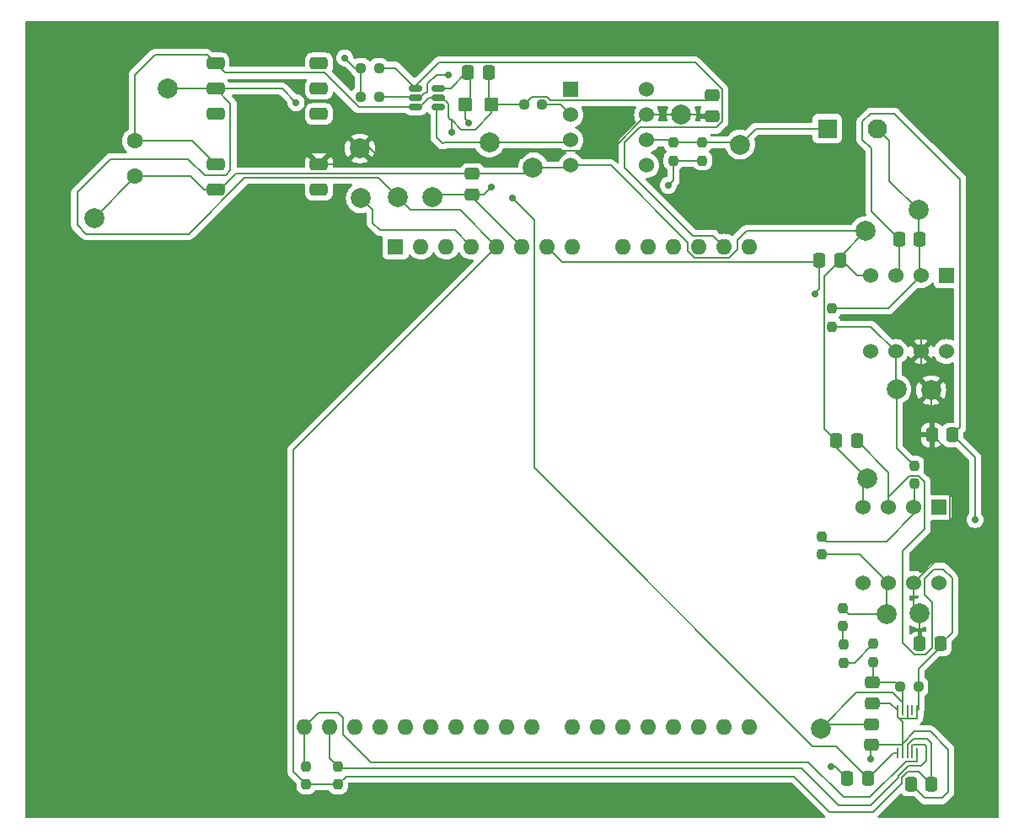
<source format=gbr>
%TF.GenerationSoftware,KiCad,Pcbnew,8.0.8*%
%TF.CreationDate,2025-04-21T11:41:09+05:30*%
%TF.ProjectId,bandara_ckt_pcb_naveen,62616e64-6172-4615-9f63-6b745f706362,v1*%
%TF.SameCoordinates,Original*%
%TF.FileFunction,Copper,L1,Top*%
%TF.FilePolarity,Positive*%
%FSLAX46Y46*%
G04 Gerber Fmt 4.6, Leading zero omitted, Abs format (unit mm)*
G04 Created by KiCad (PCBNEW 8.0.8) date 2025-04-21 11:41:09*
%MOMM*%
%LPD*%
G01*
G04 APERTURE LIST*
G04 Aperture macros list*
%AMRoundRect*
0 Rectangle with rounded corners*
0 $1 Rounding radius*
0 $2 $3 $4 $5 $6 $7 $8 $9 X,Y pos of 4 corners*
0 Add a 4 corners polygon primitive as box body*
4,1,4,$2,$3,$4,$5,$6,$7,$8,$9,$2,$3,0*
0 Add four circle primitives for the rounded corners*
1,1,$1+$1,$2,$3*
1,1,$1+$1,$4,$5*
1,1,$1+$1,$6,$7*
1,1,$1+$1,$8,$9*
0 Add four rect primitives between the rounded corners*
20,1,$1+$1,$2,$3,$4,$5,0*
20,1,$1+$1,$4,$5,$6,$7,0*
20,1,$1+$1,$6,$7,$8,$9,0*
20,1,$1+$1,$8,$9,$2,$3,0*%
G04 Aperture macros list end*
%TA.AperFunction,SMDPad,CuDef*%
%ADD10RoundRect,0.250000X-0.450000X-0.425000X0.450000X-0.425000X0.450000X0.425000X-0.450000X0.425000X0*%
%TD*%
%TA.AperFunction,SMDPad,CuDef*%
%ADD11RoundRect,0.250000X-0.475000X0.337500X-0.475000X-0.337500X0.475000X-0.337500X0.475000X0.337500X0*%
%TD*%
%TA.AperFunction,ComponentPad*%
%ADD12C,2.000000*%
%TD*%
%TA.AperFunction,SMDPad,CuDef*%
%ADD13RoundRect,0.250000X0.337500X0.475000X-0.337500X0.475000X-0.337500X-0.475000X0.337500X-0.475000X0*%
%TD*%
%TA.AperFunction,SMDPad,CuDef*%
%ADD14RoundRect,0.300000X0.600000X0.300000X-0.600000X0.300000X-0.600000X-0.300000X0.600000X-0.300000X0*%
%TD*%
%TA.AperFunction,SMDPad,CuDef*%
%ADD15RoundRect,0.250000X-0.337500X-0.475000X0.337500X-0.475000X0.337500X0.475000X-0.337500X0.475000X0*%
%TD*%
%TA.AperFunction,SMDPad,CuDef*%
%ADD16RoundRect,0.237500X0.250000X0.237500X-0.250000X0.237500X-0.250000X-0.237500X0.250000X-0.237500X0*%
%TD*%
%TA.AperFunction,SMDPad,CuDef*%
%ADD17RoundRect,0.237500X0.237500X-0.250000X0.237500X0.250000X-0.237500X0.250000X-0.237500X-0.250000X0*%
%TD*%
%TA.AperFunction,SMDPad,CuDef*%
%ADD18RoundRect,0.250000X0.475000X-0.337500X0.475000X0.337500X-0.475000X0.337500X-0.475000X-0.337500X0*%
%TD*%
%TA.AperFunction,ComponentPad*%
%ADD19R,1.600000X1.600000*%
%TD*%
%TA.AperFunction,ComponentPad*%
%ADD20O,1.600000X1.600000*%
%TD*%
%TA.AperFunction,SMDPad,CuDef*%
%ADD21RoundRect,0.237500X-0.237500X0.250000X-0.237500X-0.250000X0.237500X-0.250000X0.237500X0.250000X0*%
%TD*%
%TA.AperFunction,SMDPad,CuDef*%
%ADD22R,0.250000X1.100000*%
%TD*%
%TA.AperFunction,ComponentPad*%
%ADD23R,1.524000X1.524000*%
%TD*%
%TA.AperFunction,ComponentPad*%
%ADD24C,1.524000*%
%TD*%
%TA.AperFunction,SMDPad,CuDef*%
%ADD25RoundRect,0.237500X-0.250000X-0.237500X0.250000X-0.237500X0.250000X0.237500X-0.250000X0.237500X0*%
%TD*%
%TA.AperFunction,SMDPad,CuDef*%
%ADD26RoundRect,0.150000X0.512500X0.150000X-0.512500X0.150000X-0.512500X-0.150000X0.512500X-0.150000X0*%
%TD*%
%TA.AperFunction,ComponentPad*%
%ADD27C,1.600000*%
%TD*%
%TA.AperFunction,ComponentPad*%
%ADD28R,1.950000X1.950000*%
%TD*%
%TA.AperFunction,ComponentPad*%
%ADD29C,1.950000*%
%TD*%
%TA.AperFunction,ViaPad*%
%ADD30C,0.700000*%
%TD*%
%TA.AperFunction,Conductor*%
%ADD31C,0.200000*%
%TD*%
G04 APERTURE END LIST*
D10*
%TO.P,C2,1*%
%TO.N,+3.3V*%
X81750000Y-47900000D03*
%TO.P,C2,2*%
%TO.N,GND*%
X84450000Y-47900000D03*
%TD*%
D11*
%TO.P,C5,1*%
%TO.N,Net-(U2-AIN0)*%
X122600000Y-110162500D03*
%TO.P,C5,2*%
%TO.N,GND*%
X122600000Y-112237500D03*
%TD*%
D12*
%TO.P,TP14,1,1*%
%TO.N,+VSW*%
X128600000Y-76600000D03*
%TD*%
%TO.P,TP12,1,1*%
%TO.N,Net-(J1-Pin_2)*%
X127300000Y-58500000D03*
%TD*%
%TO.P,TP4,1,1*%
%TO.N,Net-(U1-VOUT)*%
X84200000Y-51700000D03*
%TD*%
D13*
%TO.P,C13,1*%
%TO.N,GND*%
X121137500Y-81700000D03*
%TO.P,C13,2*%
%TO.N,-VSW*%
X119062500Y-81700000D03*
%TD*%
D12*
%TO.P,TP2,1,1*%
%TO.N,+5V*%
X75000000Y-57200000D03*
%TD*%
D14*
%TO.P,U4,1,-Vin*%
%TO.N,GND*%
X56700000Y-43760000D03*
%TO.P,U4,2,+Vin*%
%TO.N,+5V*%
X56700000Y-46300000D03*
%TO.P,U4,3,NC*%
%TO.N,unconnected-(U4-NC-Pad3)*%
X56700000Y-48840000D03*
%TO.P,U4,5,Com*%
%TO.N,GND*%
X56700000Y-53912000D03*
%TO.P,U4,6,-Vout*%
%TO.N,-VSW*%
X56700000Y-56452000D03*
%TO.P,U4,7,NC*%
%TO.N,unconnected-(U4-NC-Pad7)*%
X67096000Y-56452000D03*
%TO.P,U4,8,+Vout*%
%TO.N,+VSW*%
X67096000Y-53912000D03*
%TO.P,U4,10,NC*%
%TO.N,unconnected-(U4-NC-Pad10)*%
X67096000Y-48840000D03*
%TO.P,U4,11,NC*%
%TO.N,unconnected-(U4-NC-Pad11)*%
X67096000Y-46300000D03*
%TO.P,U4,12,NC*%
%TO.N,unconnected-(U4-NC-Pad12)*%
X67096000Y-43760000D03*
%TD*%
D12*
%TO.P,TP9,1,1*%
%TO.N,+VSW*%
X103500000Y-48900000D03*
%TD*%
%TO.P,TP8,1,1*%
%TO.N,Net-(J1-Pin_1)*%
X109400000Y-51900000D03*
%TD*%
%TO.P,TP7,1,1*%
%TO.N,Net-(U2-AIN0)*%
X117500000Y-110600000D03*
%TD*%
D15*
%TO.P,C4,1*%
%TO.N,GND*%
X120162500Y-115600000D03*
%TO.P,C4,2*%
%TO.N,Net-(U1-VOUT)*%
X122237500Y-115600000D03*
%TD*%
%TO.P,C11,1*%
%TO.N,+VSW*%
X128662500Y-81100000D03*
%TO.P,C11,2*%
%TO.N,GND*%
X130737500Y-81100000D03*
%TD*%
D12*
%TO.P,TP6,1,1*%
%TO.N,-VSW*%
X88600000Y-54200000D03*
%TD*%
%TO.P,TP3,1,1*%
%TO.N,+3.3V*%
X71300000Y-57300000D03*
%TD*%
D16*
%TO.P,R9,1*%
%TO.N,GND*%
X127312500Y-106400000D03*
%TO.P,R9,2*%
%TO.N,Net-(U2-AIN0)*%
X125487500Y-106400000D03*
%TD*%
D17*
%TO.P,R13,1*%
%TO.N,Net-(R11-Pad2)*%
X119800000Y-104012500D03*
%TO.P,R13,2*%
%TO.N,Net-(R13-Pad2)*%
X119800000Y-102187500D03*
%TD*%
D18*
%TO.P,C6,1*%
%TO.N,GND*%
X82500000Y-56937500D03*
%TO.P,C6,2*%
%TO.N,-VSW*%
X82500000Y-54862500D03*
%TD*%
D12*
%TO.P,TP16,1,1*%
%TO.N,-VSW*%
X122200000Y-85500000D03*
%TD*%
D19*
%TO.P,A1,1,NC*%
%TO.N,unconnected-(A1-NC-Pad1)*%
X74790000Y-62170000D03*
D20*
%TO.P,A1,2,IOREF*%
%TO.N,unconnected-(A1-IOREF-Pad2)*%
X77330000Y-62170000D03*
%TO.P,A1,3,~{RESET}*%
%TO.N,unconnected-(A1-~{RESET}-Pad3)*%
X79870000Y-62170000D03*
%TO.P,A1,4,3V3*%
%TO.N,+3.3V*%
X82410000Y-62170000D03*
%TO.P,A1,5,+5V*%
%TO.N,+5V*%
X84950000Y-62170000D03*
%TO.P,A1,6,GND*%
%TO.N,GND*%
X87490000Y-62170000D03*
%TO.P,A1,7,GND*%
X90030000Y-62170000D03*
%TO.P,A1,8,VIN*%
%TO.N,unconnected-(A1-VIN-Pad8)*%
X92570000Y-62170000D03*
%TO.P,A1,9,A0*%
%TO.N,unconnected-(A1-A0-Pad9)*%
X97650000Y-62170000D03*
%TO.P,A1,10,A1*%
%TO.N,unconnected-(A1-A1-Pad10)*%
X100190000Y-62170000D03*
%TO.P,A1,11,A2*%
%TO.N,unconnected-(A1-A2-Pad11)*%
X102730000Y-62170000D03*
%TO.P,A1,12,A3*%
%TO.N,unconnected-(A1-A3-Pad12)*%
X105270000Y-62170000D03*
%TO.P,A1,13,SDA/A4*%
%TO.N,Net-(U1-SDA)*%
X107810000Y-62170000D03*
%TO.P,A1,14,SCL/A5*%
%TO.N,Net-(U1-SCL)*%
X110350000Y-62170000D03*
%TO.P,A1,15,D0/RX*%
%TO.N,unconnected-(A1-D0{slash}RX-Pad15)*%
X110350000Y-110430000D03*
%TO.P,A1,16,D1/TX*%
%TO.N,unconnected-(A1-D1{slash}TX-Pad16)*%
X107810000Y-110430000D03*
%TO.P,A1,17,D2*%
%TO.N,unconnected-(A1-D2-Pad17)*%
X105270000Y-110430000D03*
%TO.P,A1,18,D3*%
%TO.N,unconnected-(A1-D3-Pad18)*%
X102730000Y-110430000D03*
%TO.P,A1,19,D4*%
%TO.N,unconnected-(A1-D4-Pad19)*%
X100190000Y-110430000D03*
%TO.P,A1,20,D5*%
%TO.N,unconnected-(A1-D5-Pad20)*%
X97650000Y-110430000D03*
%TO.P,A1,21,D6*%
%TO.N,unconnected-(A1-D6-Pad21)*%
X95110000Y-110430000D03*
%TO.P,A1,22,D7*%
%TO.N,unconnected-(A1-D7-Pad22)*%
X92570000Y-110430000D03*
%TO.P,A1,23,D8*%
%TO.N,unconnected-(A1-D8-Pad23)*%
X88510000Y-110430000D03*
%TO.P,A1,24,D9*%
%TO.N,unconnected-(A1-D9-Pad24)*%
X85970000Y-110430000D03*
%TO.P,A1,25,D10*%
%TO.N,unconnected-(A1-D10-Pad25)*%
X83430000Y-110430000D03*
%TO.P,A1,26,D11*%
%TO.N,unconnected-(A1-D11-Pad26)*%
X80890000Y-110430000D03*
%TO.P,A1,27,D12*%
%TO.N,unconnected-(A1-D12-Pad27)*%
X78350000Y-110430000D03*
%TO.P,A1,28,D13*%
%TO.N,unconnected-(A1-D13-Pad28)*%
X75810000Y-110430000D03*
%TO.P,A1,29,GND*%
%TO.N,GND*%
X73270000Y-110430000D03*
%TO.P,A1,30,AREF*%
%TO.N,unconnected-(A1-AREF-Pad30)*%
X70730000Y-110430000D03*
%TO.P,A1,31,SDA/A4*%
%TO.N,Net-(U2-SDA)*%
X68190000Y-110430000D03*
%TO.P,A1,32,SCL/A5*%
%TO.N,Net-(U2-SCL)*%
X65650000Y-110430000D03*
%TD*%
D12*
%TO.P,TP15,1,1*%
%TO.N,Net-(U5-Vout)*%
X125100000Y-76500000D03*
%TD*%
D13*
%TO.P,C9,1*%
%TO.N,Net-(J1-Pin_2)*%
X127437500Y-61400000D03*
%TO.P,C9,2*%
%TO.N,GND*%
X125362500Y-61400000D03*
%TD*%
D21*
%TO.P,R7,1*%
%TO.N,Net-(J1-Pin_1)*%
X102700000Y-51687500D03*
%TO.P,R7,2*%
%TO.N,Net-(U3--IN)*%
X102700000Y-53512500D03*
%TD*%
D22*
%TO.P,U2,1,ADDR*%
%TO.N,GND*%
X127200000Y-108750000D03*
%TO.P,U2,2,ALERT/RDY*%
%TO.N,unconnected-(U2-ALERT{slash}RDY-Pad2)*%
X126700000Y-108750000D03*
%TO.P,U2,3,GND*%
%TO.N,GND*%
X126200000Y-108750000D03*
%TO.P,U2,4,AIN0*%
%TO.N,Net-(U2-AIN0)*%
X125700000Y-108750000D03*
%TO.P,U2,5,AIN1*%
%TO.N,GND*%
X125200000Y-108750000D03*
%TO.P,U2,6,AIN2*%
%TO.N,Net-(U1-VOUT)*%
X125200000Y-113050000D03*
%TO.P,U2,7,AIN3*%
%TO.N,GND*%
X125700000Y-113050000D03*
%TO.P,U2,8,VDD*%
%TO.N,+5V*%
X126200000Y-113050000D03*
%TO.P,U2,9,SDA*%
%TO.N,Net-(U2-SDA)*%
X126700000Y-113050000D03*
%TO.P,U2,10,SCL*%
%TO.N,Net-(U2-SCL)*%
X127200000Y-113050000D03*
%TD*%
D12*
%TO.P,TP13,1,1*%
%TO.N,-VSW*%
X122000000Y-60600000D03*
%TD*%
D21*
%TO.P,R10,1*%
%TO.N,Net-(U5-Vout)*%
X126900000Y-84187500D03*
%TO.P,R10,2*%
%TO.N,Net-(U6--IN)*%
X126900000Y-86012500D03*
%TD*%
%TO.P,R1,1*%
%TO.N,Net-(U2-SDA)*%
X69000000Y-114387500D03*
%TO.P,R1,2*%
%TO.N,+5V*%
X69000000Y-116212500D03*
%TD*%
D16*
%TO.P,R5,1*%
%TO.N,Net-(U3--IN)*%
X89512500Y-47900000D03*
%TO.P,R5,2*%
%TO.N,GND*%
X87687500Y-47900000D03*
%TD*%
D15*
%TO.P,C1,1*%
%TO.N,GND*%
X126562500Y-116200000D03*
%TO.P,C1,2*%
%TO.N,+5V*%
X128637500Y-116200000D03*
%TD*%
D12*
%TO.P,TP5,1,1*%
%TO.N,+VSW*%
X71200000Y-52300000D03*
%TD*%
D23*
%TO.P,U6,1,NULL*%
%TO.N,unconnected-(U6-NULL-Pad1)*%
X129410000Y-88390000D03*
D24*
%TO.P,U6,2,-IN*%
%TO.N,Net-(U6--IN)*%
X126870000Y-88390000D03*
%TO.P,U6,3,+IN*%
%TO.N,GND*%
X124330000Y-88390000D03*
%TO.P,U6,4,-Vs*%
%TO.N,-VSW*%
X121790000Y-88390000D03*
%TO.P,U6,5,NULL*%
%TO.N,unconnected-(U6-NULL-Pad5)*%
X121790000Y-96010000D03*
%TO.P,U6,6,Vout*%
%TO.N,Net-(U6-Vout)*%
X124330000Y-96010000D03*
%TO.P,U6,7,+Vs*%
%TO.N,+VSW*%
X126870000Y-96010000D03*
%TO.P,U6,8,NC*%
%TO.N,unconnected-(U6-NC-Pad8)*%
X129410000Y-96010000D03*
%TD*%
D21*
%TO.P,R12,1*%
%TO.N,Net-(U6--IN)*%
X117600000Y-91287500D03*
%TO.P,R12,2*%
%TO.N,Net-(U6-Vout)*%
X117600000Y-93112500D03*
%TD*%
D11*
%TO.P,C7,1*%
%TO.N,GND*%
X106600000Y-46962500D03*
%TO.P,C7,2*%
%TO.N,+VSW*%
X106600000Y-49037500D03*
%TD*%
D12*
%TO.P,TP11,1,1*%
%TO.N,+5V*%
X51900000Y-46300000D03*
%TD*%
D25*
%TO.P,R4,1*%
%TO.N,+5V*%
X71287500Y-44200000D03*
%TO.P,R4,2*%
%TO.N,Net-(U1-SDA)*%
X73112500Y-44200000D03*
%TD*%
D21*
%TO.P,R3,1*%
%TO.N,Net-(U2-SCL)*%
X65800000Y-114387500D03*
%TO.P,R3,2*%
%TO.N,+5V*%
X65800000Y-116212500D03*
%TD*%
D26*
%TO.P,U1,1,VOUT*%
%TO.N,Net-(U1-VOUT)*%
X79100000Y-48150000D03*
%TO.P,U1,2,VSS*%
%TO.N,GND*%
X79100000Y-47200000D03*
%TO.P,U1,3,VDD*%
%TO.N,+3.3V*%
X79100000Y-46250000D03*
%TO.P,U1,4,SDA*%
%TO.N,Net-(U1-SDA)*%
X76825000Y-46250000D03*
%TO.P,U1,5,SCL*%
%TO.N,Net-(U1-SCL)*%
X76825000Y-47200000D03*
%TO.P,U1,6,A0*%
%TO.N,GND*%
X76825000Y-48150000D03*
%TD*%
D15*
%TO.P,C10,1*%
%TO.N,GND*%
X117362500Y-63500000D03*
%TO.P,C10,2*%
%TO.N,-VSW*%
X119437500Y-63500000D03*
%TD*%
D12*
%TO.P,TP10,1,1*%
%TO.N,-VSW*%
X44500000Y-59300000D03*
%TD*%
%TO.P,TP17,1,1*%
%TO.N,+VSW*%
X127400000Y-99000000D03*
%TD*%
D27*
%TO.P,C8,1*%
%TO.N,-VSW*%
X48600000Y-55050000D03*
%TO.P,C8,2*%
%TO.N,GND*%
X48600000Y-51550000D03*
%TD*%
D23*
%TO.P,U3,1,NULL*%
%TO.N,unconnected-(U3-NULL-Pad1)*%
X92390000Y-46390000D03*
D24*
%TO.P,U3,2,-IN*%
%TO.N,Net-(U3--IN)*%
X92390000Y-48930000D03*
%TO.P,U3,3,+IN*%
%TO.N,Net-(U1-VOUT)*%
X92390000Y-51470000D03*
%TO.P,U3,4,-Vs*%
%TO.N,-VSW*%
X92390000Y-54010000D03*
%TO.P,U3,5,NULL*%
%TO.N,unconnected-(U3-NULL-Pad5)*%
X100010000Y-54010000D03*
%TO.P,U3,6,Vout*%
%TO.N,Net-(J1-Pin_1)*%
X100010000Y-51470000D03*
%TO.P,U3,7,+Vs*%
%TO.N,+VSW*%
X100010000Y-48930000D03*
%TO.P,U3,8,NC*%
%TO.N,unconnected-(U3-NC-Pad8)*%
X100010000Y-46390000D03*
%TD*%
D17*
%TO.P,R14,1*%
%TO.N,Net-(R13-Pad2)*%
X119700000Y-100312500D03*
%TO.P,R14,2*%
%TO.N,Net-(U6-Vout)*%
X119700000Y-98487500D03*
%TD*%
D12*
%TO.P,TP18,1,1*%
%TO.N,Net-(U6-Vout)*%
X124100000Y-99100000D03*
%TD*%
D15*
%TO.P,C3,1*%
%TO.N,+3.3V*%
X82062500Y-44700000D03*
%TO.P,C3,2*%
%TO.N,GND*%
X84137500Y-44700000D03*
%TD*%
D25*
%TO.P,R2,1*%
%TO.N,+5V*%
X71287500Y-47100000D03*
%TO.P,R2,2*%
%TO.N,Net-(U1-SCL)*%
X73112500Y-47100000D03*
%TD*%
D23*
%TO.P,U5,1,NULL*%
%TO.N,unconnected-(U5-NULL-Pad1)*%
X130110000Y-65090000D03*
D24*
%TO.P,U5,2,-IN*%
%TO.N,Net-(J1-Pin_2)*%
X127570000Y-65090000D03*
%TO.P,U5,3,+IN*%
%TO.N,GND*%
X125030000Y-65090000D03*
%TO.P,U5,4,-Vs*%
%TO.N,-VSW*%
X122490000Y-65090000D03*
%TO.P,U5,5,NULL*%
%TO.N,unconnected-(U5-NULL-Pad5)*%
X122490000Y-72710000D03*
%TO.P,U5,6,Vout*%
%TO.N,Net-(U5-Vout)*%
X125030000Y-72710000D03*
%TO.P,U5,7,+Vs*%
%TO.N,+VSW*%
X127570000Y-72710000D03*
%TO.P,U5,8,NC*%
%TO.N,unconnected-(U5-NC-Pad8)*%
X130110000Y-72710000D03*
%TD*%
D18*
%TO.P,C12,1*%
%TO.N,GND*%
X122700000Y-108037500D03*
%TO.P,C12,2*%
%TO.N,Net-(U2-AIN0)*%
X122700000Y-105962500D03*
%TD*%
D28*
%TO.P,J1,1,Pin_1*%
%TO.N,Net-(J1-Pin_1)*%
X118152500Y-50300000D03*
D29*
%TO.P,J1,2,Pin_2*%
%TO.N,Net-(J1-Pin_2)*%
X123152500Y-50300000D03*
%TD*%
D12*
%TO.P,TP1,1,1*%
%TO.N,GND*%
X78500000Y-57200000D03*
%TD*%
D13*
%TO.P,C14,1*%
%TO.N,GND*%
X129537500Y-102100000D03*
%TO.P,C14,2*%
%TO.N,+VSW*%
X127462500Y-102100000D03*
%TD*%
D17*
%TO.P,R11,1*%
%TO.N,Net-(U2-AIN0)*%
X122800000Y-103912500D03*
%TO.P,R11,2*%
%TO.N,Net-(R11-Pad2)*%
X122800000Y-102087500D03*
%TD*%
D21*
%TO.P,R6,1*%
%TO.N,Net-(J1-Pin_1)*%
X105600000Y-51687500D03*
%TO.P,R6,2*%
%TO.N,Net-(U3--IN)*%
X105600000Y-53512500D03*
%TD*%
%TO.P,R8,1*%
%TO.N,Net-(J1-Pin_2)*%
X118600000Y-68387500D03*
%TO.P,R8,2*%
%TO.N,Net-(U5-Vout)*%
X118600000Y-70212500D03*
%TD*%
D30*
%TO.N,GND*%
X122500000Y-113700000D03*
X118500000Y-114400000D03*
X133000000Y-89600000D03*
X80400000Y-50700000D03*
X116900000Y-66900000D03*
X84400000Y-56200000D03*
%TO.N,+3.3V*%
X82100000Y-49700000D03*
%TO.N,+5V*%
X69700000Y-43200000D03*
X64800000Y-47700000D03*
%TO.N,Net-(U1-SCL)*%
X80100000Y-44900000D03*
%TO.N,Net-(U1-VOUT)*%
X86500000Y-57300000D03*
%TO.N,+VSW*%
X127400000Y-70200000D03*
%TO.N,Net-(U3--IN)*%
X102200000Y-56000000D03*
%TD*%
D31*
%TO.N,Net-(U1-VOUT)*%
X88700000Y-59500000D02*
X86500000Y-57300000D01*
X119037500Y-112400000D02*
X116700000Y-112400000D01*
X116700000Y-112400000D02*
X88700000Y-84400000D01*
X122237500Y-115600000D02*
X119037500Y-112400000D01*
X88700000Y-84400000D02*
X88700000Y-59500000D01*
%TO.N,Net-(U2-AIN0)*%
X125700000Y-107975000D02*
X125700000Y-108750000D01*
X124725000Y-107000000D02*
X125700000Y-107975000D01*
X121100000Y-107000000D02*
X124725000Y-107000000D01*
X117500000Y-110600000D02*
X121100000Y-107000000D01*
%TO.N,GND*%
X129537500Y-102381250D02*
X129537500Y-102100000D01*
X127312500Y-106400000D02*
X127312500Y-104606250D01*
X127312500Y-104606250D02*
X129537500Y-102381250D01*
X124330000Y-87328278D02*
X124330000Y-88390000D01*
X126433278Y-85225000D02*
X124330000Y-87328278D01*
X127366722Y-85225000D02*
X126433278Y-85225000D01*
X127932000Y-85790278D02*
X127366722Y-85225000D01*
X127932000Y-90568000D02*
X127932000Y-85790278D01*
X125762843Y-92737157D02*
X127932000Y-90568000D01*
X125762843Y-101997587D02*
X125762843Y-92737157D01*
X126890256Y-103125000D02*
X125762843Y-101997587D01*
X128700000Y-102459744D02*
X128034744Y-103125000D01*
X128034744Y-103125000D02*
X126890256Y-103125000D01*
X128700000Y-97900000D02*
X128700000Y-102459744D01*
X127938478Y-95507208D02*
X127938478Y-97138478D01*
X130700000Y-95500000D02*
X129772843Y-94572843D01*
X127938478Y-97138478D02*
X128700000Y-97900000D01*
X130700000Y-100937500D02*
X130700000Y-95500000D01*
X129537500Y-102100000D02*
X130700000Y-100937500D01*
X128872843Y-94572843D02*
X127938478Y-95507208D01*
X129772843Y-94572843D02*
X128872843Y-94572843D01*
X131500000Y-55400000D02*
X131500000Y-80337500D01*
X121700000Y-49600000D02*
X122500000Y-48800000D01*
X124900000Y-48800000D02*
X131500000Y-55400000D01*
X122600000Y-52300000D02*
X121700000Y-51400000D01*
X131500000Y-80337500D02*
X130737500Y-81100000D01*
X122600000Y-58637500D02*
X122600000Y-52300000D01*
X121700000Y-51400000D02*
X121700000Y-49600000D01*
X122500000Y-48800000D02*
X124900000Y-48800000D01*
X125362500Y-61400000D02*
X122600000Y-58637500D01*
%TO.N,Net-(J1-Pin_2)*%
X124400000Y-55600000D02*
X127300000Y-58500000D01*
X124400000Y-51547500D02*
X124400000Y-55600000D01*
X123152500Y-50300000D02*
X124400000Y-51547500D01*
%TO.N,+5V*%
X58200000Y-47800000D02*
X56700000Y-46300000D01*
X58200000Y-54500000D02*
X58200000Y-47800000D01*
X57700000Y-55000000D02*
X58200000Y-54500000D01*
X53963470Y-53363470D02*
X55600000Y-55000000D01*
X43700000Y-60900000D02*
X42800000Y-60000000D01*
X42800000Y-60000000D02*
X42800000Y-56705635D01*
X54000530Y-60900000D02*
X43700000Y-60900000D01*
X59638030Y-55262500D02*
X54000530Y-60900000D01*
X46142165Y-53363470D02*
X53963470Y-53363470D01*
X42800000Y-56705635D02*
X46142165Y-53363470D01*
X73062500Y-55262500D02*
X59638030Y-55262500D01*
X55600000Y-55000000D02*
X57700000Y-55000000D01*
X75000000Y-57200000D02*
X73062500Y-55262500D01*
%TO.N,-VSW*%
X55552000Y-56452000D02*
X56700000Y-56452000D01*
X54150000Y-55050000D02*
X55552000Y-56452000D01*
X48600000Y-55050000D02*
X54150000Y-55050000D01*
X57148000Y-56452000D02*
X58737500Y-54862500D01*
X58737500Y-54862500D02*
X82500000Y-54862500D01*
X56700000Y-56452000D02*
X57148000Y-56452000D01*
%TO.N,Net-(U1-VOUT)*%
X92160000Y-51700000D02*
X92390000Y-51470000D01*
X84200000Y-51700000D02*
X92160000Y-51700000D01*
X79700000Y-51700000D02*
X84200000Y-51700000D01*
X79600000Y-51800000D02*
X79700000Y-51700000D01*
X79500000Y-51800000D02*
X79600000Y-51800000D01*
%TO.N,GND*%
X82800000Y-50400000D02*
X84450000Y-48750000D01*
X81400000Y-50400000D02*
X82800000Y-50400000D01*
X84450000Y-48750000D02*
X84450000Y-47900000D01*
X80400000Y-49400000D02*
X81400000Y-50400000D01*
%TO.N,+3.3V*%
X82300000Y-44937500D02*
X82062500Y-44700000D01*
X82300000Y-47900000D02*
X82300000Y-44937500D01*
%TO.N,GND*%
X80300000Y-49400000D02*
X80400000Y-49400000D01*
X80062500Y-47809448D02*
X80062500Y-49162500D01*
X80062500Y-49162500D02*
X80300000Y-49400000D01*
X79453052Y-47200000D02*
X80062500Y-47809448D01*
X79100000Y-47200000D02*
X79453052Y-47200000D01*
%TO.N,Net-(U1-VOUT)*%
X78900000Y-51200000D02*
X79500000Y-51800000D01*
X78900000Y-48350000D02*
X78900000Y-51200000D01*
X79100000Y-48150000D02*
X78900000Y-48350000D01*
%TO.N,GND*%
X84450000Y-47900000D02*
X87687500Y-47900000D01*
X84450000Y-47900000D02*
X84137500Y-47587500D01*
X84137500Y-47587500D02*
X84137500Y-44700000D01*
%TO.N,Net-(U2-SCL)*%
X119765686Y-117500000D02*
X116240686Y-113975000D01*
X127125000Y-113900000D02*
X126034314Y-113900000D01*
X69000000Y-109000000D02*
X67080000Y-109000000D01*
X122434314Y-117500000D02*
X119765686Y-117500000D01*
X65650000Y-114237500D02*
X65800000Y-114387500D01*
X116240686Y-113975000D02*
X72275000Y-113975000D01*
X127200000Y-113825000D02*
X127125000Y-113900000D01*
X67080000Y-109000000D02*
X65650000Y-110430000D01*
X127200000Y-113050000D02*
X127200000Y-113825000D01*
X72275000Y-113975000D02*
X69500000Y-111200000D01*
X69500000Y-111200000D02*
X69500000Y-109500000D01*
X69500000Y-109500000D02*
X69000000Y-109000000D01*
X126034314Y-113900000D02*
X122434314Y-117500000D01*
X65650000Y-110430000D02*
X65650000Y-114237500D01*
%TO.N,Net-(U1-SDA)*%
X76825000Y-45975000D02*
X79125000Y-43675000D01*
X104670000Y-61070000D02*
X106710000Y-61070000D01*
X99305686Y-50200000D02*
X97800000Y-51705686D01*
X107625000Y-46390256D02*
X107625000Y-49609744D01*
X97800000Y-51705686D02*
X97800000Y-54200000D01*
X74775000Y-44200000D02*
X76825000Y-46250000D01*
X104909744Y-43675000D02*
X107625000Y-46390256D01*
X107625000Y-49609744D02*
X107034744Y-50200000D01*
X79125000Y-43675000D02*
X104909744Y-43675000D01*
X76825000Y-46250000D02*
X76825000Y-45975000D01*
X106710000Y-61070000D02*
X107810000Y-62170000D01*
X97800000Y-54200000D02*
X104670000Y-61070000D01*
X73112500Y-44200000D02*
X74775000Y-44200000D01*
X107034744Y-50200000D02*
X99305686Y-50200000D01*
%TO.N,GND*%
X91530000Y-63670000D02*
X90030000Y-62170000D01*
X122600000Y-112237500D02*
X122637500Y-112200000D01*
X122500000Y-113700000D02*
X122500000Y-112337500D01*
X122637500Y-112200000D02*
X125625000Y-112200000D01*
X122700000Y-108037500D02*
X124487500Y-108037500D01*
X125700000Y-112275000D02*
X125700000Y-113050000D01*
X127962500Y-117600000D02*
X126562500Y-116200000D01*
X88462500Y-47125000D02*
X89991722Y-47125000D01*
X118962500Y-114400000D02*
X118500000Y-114400000D01*
X71083278Y-48150000D02*
X67633278Y-44700000D01*
X133000000Y-83362500D02*
X133000000Y-89600000D01*
X127125000Y-109600000D02*
X126275000Y-109600000D01*
X125700000Y-112143628D02*
X126943628Y-110900000D01*
X122500000Y-112337500D02*
X122600000Y-112237500D01*
X117362500Y-66437500D02*
X117362500Y-63500000D01*
X89991722Y-47125000D02*
X90318722Y-47452000D01*
X130300000Y-117000000D02*
X129700000Y-117600000D01*
X54338000Y-51550000D02*
X56700000Y-53912000D01*
X87687500Y-47900000D02*
X88462500Y-47125000D01*
X76825000Y-48150000D02*
X71083278Y-48150000D01*
X87490000Y-62170000D02*
X82500000Y-57180000D01*
X130300000Y-112700000D02*
X130300000Y-117000000D01*
X55840000Y-42900000D02*
X56700000Y-43760000D01*
X124487500Y-108037500D02*
X125200000Y-108750000D01*
X125400000Y-109600000D02*
X125200000Y-109400000D01*
X106110500Y-47452000D02*
X106600000Y-46962500D01*
X125625000Y-112200000D02*
X125700000Y-112275000D01*
X83662500Y-56937500D02*
X84400000Y-56200000D01*
X127312500Y-108637500D02*
X127200000Y-108750000D01*
X126125000Y-109600000D02*
X125400000Y-109600000D01*
X82500000Y-56937500D02*
X83662500Y-56937500D01*
X129700000Y-117600000D02*
X127962500Y-117600000D01*
X50600000Y-42900000D02*
X55840000Y-42900000D01*
X127312500Y-106400000D02*
X127312500Y-108637500D01*
X126275000Y-109600000D02*
X126200000Y-109525000D01*
X125400000Y-109600000D02*
X125700000Y-109900000D01*
X127200000Y-108750000D02*
X127200000Y-109525000D01*
X80400000Y-50700000D02*
X80400000Y-49400000D01*
X82500000Y-56937500D02*
X78762500Y-56937500D01*
X90318722Y-47452000D02*
X106110500Y-47452000D01*
X120162500Y-115600000D02*
X118962500Y-114400000D01*
X48600000Y-44900000D02*
X50600000Y-42900000D01*
X128500000Y-110900000D02*
X130300000Y-112700000D01*
X77178052Y-48150000D02*
X76825000Y-48150000D01*
X125700000Y-113050000D02*
X125700000Y-112143628D01*
X48600000Y-51550000D02*
X48600000Y-44900000D01*
X67633278Y-44700000D02*
X57640000Y-44700000D01*
X125362500Y-64757500D02*
X125030000Y-65090000D01*
X125700000Y-109900000D02*
X125700000Y-113050000D01*
X78128052Y-47200000D02*
X77178052Y-48150000D01*
X57640000Y-44700000D02*
X56700000Y-43760000D01*
X127200000Y-109525000D02*
X127125000Y-109600000D01*
X117362500Y-63500000D02*
X117192500Y-63670000D01*
X124330000Y-84892500D02*
X124330000Y-88390000D01*
X125200000Y-109400000D02*
X125200000Y-108750000D01*
X130737500Y-81100000D02*
X133000000Y-83362500D01*
X126200000Y-109525000D02*
X126125000Y-109600000D01*
X121137500Y-81700000D02*
X124330000Y-84892500D01*
X78762500Y-56937500D02*
X78500000Y-57200000D01*
X116900000Y-66900000D02*
X117362500Y-66437500D01*
X126943628Y-110900000D02*
X128500000Y-110900000D01*
X117192500Y-63670000D02*
X91530000Y-63670000D01*
X125362500Y-61400000D02*
X125362500Y-64757500D01*
X82500000Y-57180000D02*
X82500000Y-56937500D01*
X79100000Y-47200000D02*
X78128052Y-47200000D01*
X48600000Y-51550000D02*
X54338000Y-51550000D01*
X126200000Y-108750000D02*
X126200000Y-109525000D01*
%TO.N,+3.3V*%
X80740000Y-60500000D02*
X73200000Y-60500000D01*
X72500000Y-58500000D02*
X71300000Y-57300000D01*
X72500000Y-59800000D02*
X72500000Y-58500000D01*
X82062500Y-44700000D02*
X81900000Y-44700000D01*
X80350000Y-46250000D02*
X79100000Y-46250000D01*
X82410000Y-62170000D02*
X80740000Y-60500000D01*
X73200000Y-60500000D02*
X72500000Y-59800000D01*
X81900000Y-44700000D02*
X80350000Y-46250000D01*
%TO.N,Net-(U2-SDA)*%
X68190000Y-113577500D02*
X69000000Y-114387500D01*
X127600000Y-114300000D02*
X128100000Y-113800000D01*
X115600000Y-114600000D02*
X119300000Y-118300000D01*
X69212500Y-114600000D02*
X115600000Y-114600000D01*
X127900000Y-112200000D02*
X126775000Y-112200000D01*
X68190000Y-110430000D02*
X68190000Y-113577500D01*
X128100000Y-112400000D02*
X127900000Y-112200000D01*
X125275000Y-115324570D02*
X126299570Y-114300000D01*
X126299570Y-114300000D02*
X127600000Y-114300000D01*
X126700000Y-112275000D02*
X126700000Y-113050000D01*
X128100000Y-113800000D02*
X128100000Y-112400000D01*
X119300000Y-118300000D02*
X122500000Y-118300000D01*
X122500000Y-118300000D02*
X125275000Y-115525000D01*
X126775000Y-112200000D02*
X126700000Y-112275000D01*
X69000000Y-114387500D02*
X69212500Y-114600000D01*
X125275000Y-115525000D02*
X125275000Y-115324570D01*
%TO.N,+5V*%
X63400000Y-46300000D02*
X64800000Y-47700000D01*
X56700000Y-46300000D02*
X63400000Y-46300000D01*
X125675000Y-116125000D02*
X125675000Y-115490256D01*
X64550000Y-114962500D02*
X65800000Y-116212500D01*
X126200000Y-113050000D02*
X126200000Y-112209314D01*
X76300000Y-58500000D02*
X75000000Y-57200000D01*
X69700000Y-43200000D02*
X70700000Y-44200000D01*
X128200000Y-111600000D02*
X128637500Y-112037500D01*
X114800000Y-115400000D02*
X118400000Y-119000000D01*
X69812500Y-115400000D02*
X114800000Y-115400000D01*
X65800000Y-116212500D02*
X69000000Y-116212500D01*
X71287500Y-44200000D02*
X71287500Y-47100000D01*
X126265256Y-114900000D02*
X127337500Y-114900000D01*
X81280000Y-58500000D02*
X76300000Y-58500000D01*
X126809314Y-111600000D02*
X128200000Y-111600000D01*
X126200000Y-112209314D02*
X126809314Y-111600000D01*
X128637500Y-112037500D02*
X128637500Y-116200000D01*
X84950000Y-62170000D02*
X64550000Y-82570000D01*
X118400000Y-119000000D02*
X122800000Y-119000000D01*
X69000000Y-116212500D02*
X69812500Y-115400000D01*
X64550000Y-82570000D02*
X64550000Y-114962500D01*
X127337500Y-114900000D02*
X128637500Y-116200000D01*
X70700000Y-44200000D02*
X71287500Y-44200000D01*
X122800000Y-119000000D02*
X125675000Y-116125000D01*
X125675000Y-115490256D02*
X126265256Y-114900000D01*
X84950000Y-62170000D02*
X81280000Y-58500000D01*
X51900000Y-46300000D02*
X56700000Y-46300000D01*
%TO.N,Net-(U1-SCL)*%
X80100000Y-44900000D02*
X78900000Y-44900000D01*
X78900000Y-44900000D02*
X78000000Y-45800000D01*
X76725000Y-47100000D02*
X76825000Y-47200000D01*
X77200000Y-47200000D02*
X76825000Y-47200000D01*
X77700000Y-46700000D02*
X77200000Y-47200000D01*
X73112500Y-47100000D02*
X76725000Y-47100000D01*
X77900000Y-46700000D02*
X77700000Y-46700000D01*
X78000000Y-45800000D02*
X78000000Y-46600000D01*
X78000000Y-46600000D02*
X77900000Y-46700000D01*
%TO.N,Net-(U1-VOUT)*%
X92060000Y-51800000D02*
X92390000Y-51470000D01*
X125200000Y-113050000D02*
X124787500Y-113050000D01*
X124787500Y-113050000D02*
X122237500Y-115600000D01*
%TO.N,Net-(U2-AIN0)*%
X125700000Y-106612500D02*
X125700000Y-108750000D01*
X122800000Y-105862500D02*
X122700000Y-105962500D01*
X117937500Y-110162500D02*
X117500000Y-110600000D01*
X122800000Y-103912500D02*
X122800000Y-105862500D01*
X122600000Y-110162500D02*
X117937500Y-110162500D01*
X125050000Y-105962500D02*
X125487500Y-106400000D01*
X122700000Y-105962500D02*
X125050000Y-105962500D01*
X125487500Y-106400000D02*
X125700000Y-106612500D01*
%TO.N,-VSW*%
X96410000Y-54010000D02*
X92390000Y-54010000D01*
X104170000Y-61770000D02*
X96410000Y-54010000D01*
X121790000Y-85910000D02*
X122200000Y-85500000D01*
X121190000Y-65090000D02*
X122490000Y-65090000D01*
X48600000Y-55200000D02*
X48600000Y-55050000D01*
X117825000Y-80462500D02*
X119062500Y-81700000D01*
X110024365Y-60600000D02*
X109100000Y-61524365D01*
X108265635Y-63270000D02*
X104814365Y-63270000D01*
X119600000Y-63500000D02*
X121190000Y-65090000D01*
X88600000Y-54200000D02*
X92200000Y-54200000D01*
X119437500Y-63162500D02*
X119437500Y-63500000D01*
X119062500Y-82362500D02*
X122200000Y-85500000D01*
X119062500Y-81700000D02*
X119062500Y-82362500D01*
X109100000Y-61524365D02*
X109100000Y-62435635D01*
X119437500Y-63500000D02*
X119600000Y-63500000D01*
X44500000Y-59300000D02*
X48600000Y-55200000D01*
X119437500Y-63500000D02*
X117825000Y-65112500D01*
X92200000Y-54200000D02*
X92390000Y-54010000D01*
X104170000Y-62625635D02*
X104170000Y-61770000D01*
X117825000Y-65112500D02*
X117825000Y-80462500D01*
X122000000Y-60600000D02*
X110024365Y-60600000D01*
X104814365Y-63270000D02*
X104170000Y-62625635D01*
X82500000Y-54862500D02*
X87937500Y-54862500D01*
X87937500Y-54862500D02*
X88600000Y-54200000D01*
X109100000Y-62435635D02*
X108265635Y-63270000D01*
X122000000Y-60600000D02*
X119437500Y-63162500D01*
X121790000Y-88390000D02*
X121790000Y-85910000D01*
%TO.N,+VSW*%
X127400000Y-102037500D02*
X127462500Y-102100000D01*
X128600000Y-81037500D02*
X128662500Y-81100000D01*
X128600000Y-76600000D02*
X128600000Y-81037500D01*
X87500000Y-53300000D02*
X88268000Y-52532000D01*
X127570000Y-75570000D02*
X128600000Y-76600000D01*
X103500000Y-48900000D02*
X106462500Y-48900000D01*
X127400000Y-99000000D02*
X127400000Y-102037500D01*
X128662500Y-81100000D02*
X130472000Y-82909500D01*
X127570000Y-72710000D02*
X127570000Y-75570000D01*
X127570000Y-70370000D02*
X127570000Y-72710000D01*
X126870000Y-98470000D02*
X127400000Y-99000000D01*
X100010000Y-48930000D02*
X103470000Y-48930000D01*
X130472000Y-82909500D02*
X130472000Y-92408000D01*
X71200000Y-52300000D02*
X72200000Y-52300000D01*
X67096000Y-53912000D02*
X69588000Y-53912000D01*
X126870000Y-96010000D02*
X126870000Y-98470000D01*
X130472000Y-92408000D02*
X126870000Y-96010000D01*
X69588000Y-53912000D02*
X71200000Y-52300000D01*
X73200000Y-53300000D02*
X87500000Y-53300000D01*
X88268000Y-52532000D02*
X96408000Y-52532000D01*
X106462500Y-48900000D02*
X106600000Y-49037500D01*
X72200000Y-52300000D02*
X73200000Y-53300000D01*
X96408000Y-52532000D02*
X100010000Y-48930000D01*
X127400000Y-70200000D02*
X127570000Y-70370000D01*
X103470000Y-48930000D02*
X103500000Y-48900000D01*
%TO.N,Net-(J1-Pin_2)*%
X127437500Y-61400000D02*
X127437500Y-64957500D01*
X118600000Y-68387500D02*
X124272500Y-68387500D01*
X127300000Y-58500000D02*
X127300000Y-61262500D01*
X124272500Y-68387500D02*
X127570000Y-65090000D01*
X127437500Y-64957500D02*
X127570000Y-65090000D01*
X127300000Y-61262500D02*
X127437500Y-61400000D01*
%TO.N,Net-(J1-Pin_1)*%
X111000000Y-50300000D02*
X118152500Y-50300000D01*
X102482500Y-51470000D02*
X102700000Y-51687500D01*
X105600000Y-51687500D02*
X109187500Y-51687500D01*
X102700000Y-51687500D02*
X105600000Y-51687500D01*
X100010000Y-51470000D02*
X102482500Y-51470000D01*
X109187500Y-51687500D02*
X109400000Y-51900000D01*
X109400000Y-51900000D02*
X111000000Y-50300000D01*
%TO.N,Net-(U3--IN)*%
X102700000Y-53512500D02*
X102700000Y-55500000D01*
X91360000Y-47900000D02*
X92390000Y-48930000D01*
X89512500Y-47900000D02*
X91360000Y-47900000D01*
X102700000Y-55500000D02*
X102200000Y-56000000D01*
X102700000Y-53512500D02*
X105600000Y-53512500D01*
%TO.N,Net-(U5-Vout)*%
X125100000Y-76500000D02*
X125100000Y-82387500D01*
X118600000Y-70212500D02*
X122532500Y-70212500D01*
X122532500Y-70212500D02*
X125030000Y-72710000D01*
X125030000Y-72710000D02*
X125030000Y-76430000D01*
X125100000Y-82387500D02*
X126900000Y-84187500D01*
X125030000Y-76430000D02*
X125100000Y-76500000D01*
%TO.N,Net-(U6--IN)*%
X118112500Y-91800000D02*
X124100000Y-91800000D01*
X117600000Y-91287500D02*
X118112500Y-91800000D01*
X124100000Y-91800000D02*
X126870000Y-89030000D01*
X126870000Y-89030000D02*
X126870000Y-88390000D01*
X126900000Y-86012500D02*
X126900000Y-88360000D01*
X126900000Y-88360000D02*
X126870000Y-88390000D01*
%TO.N,Net-(R11-Pad2)*%
X119800000Y-104012500D02*
X120875000Y-104012500D01*
X120875000Y-104012500D02*
X122800000Y-102087500D01*
%TO.N,Net-(R13-Pad2)*%
X119700000Y-100312500D02*
X119700000Y-102087500D01*
X119700000Y-102087500D02*
X119800000Y-102187500D01*
%TO.N,Net-(U6-Vout)*%
X120312500Y-99100000D02*
X119700000Y-98487500D01*
X117600000Y-93112500D02*
X121432500Y-93112500D01*
X124100000Y-99100000D02*
X120312500Y-99100000D01*
X124330000Y-96010000D02*
X124330000Y-96030000D01*
X124330000Y-96030000D02*
X124100000Y-96260000D01*
X121432500Y-93112500D02*
X124330000Y-96010000D01*
X124100000Y-96260000D02*
X124100000Y-99100000D01*
%TO.N,+3.3V*%
X82100000Y-49700000D02*
X81750000Y-49350000D01*
X81750000Y-49350000D02*
X81750000Y-47900000D01*
%TD*%
%TA.AperFunction,Conductor*%
%TO.N,+VSW*%
G36*
X135342539Y-39520185D02*
G01*
X135388294Y-39572989D01*
X135399500Y-39624500D01*
X135399500Y-119475500D01*
X135379815Y-119542539D01*
X135327011Y-119588294D01*
X135275500Y-119599500D01*
X123349098Y-119599500D01*
X123282059Y-119579815D01*
X123236304Y-119527011D01*
X123226360Y-119457853D01*
X123255385Y-119394297D01*
X123261417Y-119387819D01*
X123280520Y-119368716D01*
X123280520Y-119368715D01*
X123290724Y-119358511D01*
X123290728Y-119358506D01*
X125481252Y-117167982D01*
X125542575Y-117134497D01*
X125612267Y-117139481D01*
X125656614Y-117167982D01*
X125756344Y-117267712D01*
X125905666Y-117359814D01*
X126072203Y-117414999D01*
X126174991Y-117425500D01*
X126887402Y-117425499D01*
X126954441Y-117445183D01*
X126975083Y-117461818D01*
X127477639Y-117964374D01*
X127477649Y-117964385D01*
X127481979Y-117968715D01*
X127481980Y-117968716D01*
X127593784Y-118080520D01*
X127680595Y-118130639D01*
X127680597Y-118130641D01*
X127718651Y-118152611D01*
X127730715Y-118159577D01*
X127883443Y-118200501D01*
X127883446Y-118200501D01*
X128049153Y-118200501D01*
X128049169Y-118200500D01*
X129613331Y-118200500D01*
X129613347Y-118200501D01*
X129620943Y-118200501D01*
X129779054Y-118200501D01*
X129779057Y-118200501D01*
X129931785Y-118159577D01*
X129981904Y-118130639D01*
X130068716Y-118080520D01*
X130180520Y-117968716D01*
X130180520Y-117968714D01*
X130190728Y-117958507D01*
X130190730Y-117958504D01*
X130658506Y-117490728D01*
X130658511Y-117490724D01*
X130668714Y-117480520D01*
X130668716Y-117480520D01*
X130780520Y-117368716D01*
X130838834Y-117267712D01*
X130859577Y-117231785D01*
X130900500Y-117079057D01*
X130900500Y-116920943D01*
X130900500Y-112620943D01*
X130859577Y-112468216D01*
X130859573Y-112468209D01*
X130780524Y-112331290D01*
X130780521Y-112331286D01*
X130780520Y-112331284D01*
X130668716Y-112219480D01*
X130668715Y-112219479D01*
X130664385Y-112215149D01*
X130664374Y-112215139D01*
X128987590Y-110538355D01*
X128987588Y-110538352D01*
X128868717Y-110419481D01*
X128868709Y-110419475D01*
X128779923Y-110368215D01*
X128779922Y-110368215D01*
X128731785Y-110340423D01*
X128579057Y-110299499D01*
X128420943Y-110299499D01*
X128413347Y-110299499D01*
X128413331Y-110299500D01*
X127573628Y-110299500D01*
X127506589Y-110279815D01*
X127460834Y-110227011D01*
X127450890Y-110157853D01*
X127479915Y-110094297D01*
X127488196Y-110086496D01*
X127487968Y-110086268D01*
X127536320Y-110037916D01*
X127605520Y-109968716D01*
X127680520Y-109893716D01*
X127688139Y-109880520D01*
X127738206Y-109793801D01*
X127738209Y-109793792D01*
X127738215Y-109793784D01*
X127759577Y-109756785D01*
X127800501Y-109604057D01*
X127800501Y-109479697D01*
X127808320Y-109436362D01*
X127819089Y-109407488D01*
X127819088Y-109407488D01*
X127819091Y-109407483D01*
X127825500Y-109347873D01*
X127825499Y-108983184D01*
X127842112Y-108921184D01*
X127854632Y-108899500D01*
X127872077Y-108869285D01*
X127913001Y-108716557D01*
X127913001Y-108558443D01*
X127913001Y-108550848D01*
X127913000Y-108550830D01*
X127913000Y-107357610D01*
X127932685Y-107290571D01*
X127971901Y-107252073D01*
X128023350Y-107220340D01*
X128145340Y-107098350D01*
X128235908Y-106951516D01*
X128290174Y-106787753D01*
X128300500Y-106686677D01*
X128300499Y-106113324D01*
X128290174Y-106012247D01*
X128235908Y-105848484D01*
X128145340Y-105701650D01*
X128023350Y-105579660D01*
X128023349Y-105579659D01*
X127971902Y-105547926D01*
X127925178Y-105495978D01*
X127913000Y-105442388D01*
X127913000Y-104906346D01*
X127932685Y-104839307D01*
X127949314Y-104818670D01*
X129406166Y-103361817D01*
X129467489Y-103328333D01*
X129493847Y-103325499D01*
X129925002Y-103325499D01*
X129925008Y-103325499D01*
X130027797Y-103314999D01*
X130194334Y-103259814D01*
X130343656Y-103167712D01*
X130467712Y-103043656D01*
X130559814Y-102894334D01*
X130614999Y-102727797D01*
X130625500Y-102625009D01*
X130625499Y-101912595D01*
X130645183Y-101845557D01*
X130661813Y-101824920D01*
X131058506Y-101428228D01*
X131058511Y-101428224D01*
X131068714Y-101418020D01*
X131068716Y-101418020D01*
X131180520Y-101306216D01*
X131236170Y-101209826D01*
X131259577Y-101169285D01*
X131300500Y-101016558D01*
X131300500Y-100858443D01*
X131300500Y-95589059D01*
X131300501Y-95589046D01*
X131300501Y-95420945D01*
X131300501Y-95420943D01*
X131259577Y-95268215D01*
X131244472Y-95242053D01*
X131223839Y-95206315D01*
X131223839Y-95206314D01*
X131180524Y-95131290D01*
X131180521Y-95131286D01*
X131180520Y-95131284D01*
X131068716Y-95019480D01*
X131068715Y-95019479D01*
X131064385Y-95015149D01*
X131064374Y-95015139D01*
X130260433Y-94211198D01*
X130260431Y-94211195D01*
X130141560Y-94092324D01*
X130141559Y-94092323D01*
X130054747Y-94042203D01*
X130054747Y-94042202D01*
X130054743Y-94042201D01*
X130004628Y-94013266D01*
X129851900Y-93972342D01*
X129693786Y-93972342D01*
X129686190Y-93972342D01*
X129686174Y-93972343D01*
X128959513Y-93972343D01*
X128959497Y-93972342D01*
X128951901Y-93972342D01*
X128793786Y-93972342D01*
X128717422Y-93992804D01*
X128641057Y-94013266D01*
X128641052Y-94013269D01*
X128504133Y-94092318D01*
X128504125Y-94092324D01*
X127682934Y-94913514D01*
X127621611Y-94946999D01*
X127551919Y-94942015D01*
X127524130Y-94927408D01*
X127503415Y-94912904D01*
X127503407Y-94912899D01*
X127303284Y-94819580D01*
X127303270Y-94819575D01*
X127089986Y-94762426D01*
X127089976Y-94762424D01*
X126870001Y-94743179D01*
X126869999Y-94743179D01*
X126650023Y-94762424D01*
X126650013Y-94762426D01*
X126519436Y-94797414D01*
X126449586Y-94795751D01*
X126391724Y-94756588D01*
X126364220Y-94692360D01*
X126363343Y-94677639D01*
X126363343Y-93037253D01*
X126383028Y-92970214D01*
X126399657Y-92949577D01*
X128290506Y-91058727D01*
X128290511Y-91058724D01*
X128300714Y-91048520D01*
X128300716Y-91048520D01*
X128412520Y-90936716D01*
X128487422Y-90806981D01*
X128491577Y-90799785D01*
X128532500Y-90647058D01*
X128532500Y-90488943D01*
X128532500Y-89776499D01*
X128552185Y-89709460D01*
X128604989Y-89663705D01*
X128656495Y-89652499D01*
X130219872Y-89652499D01*
X130279483Y-89646091D01*
X130414331Y-89595796D01*
X130529546Y-89509546D01*
X130615796Y-89394331D01*
X130666091Y-89259483D01*
X130672500Y-89199873D01*
X130672499Y-87580128D01*
X130666091Y-87520517D01*
X130619647Y-87395995D01*
X130615797Y-87385671D01*
X130615793Y-87385664D01*
X130529547Y-87270455D01*
X130529544Y-87270452D01*
X130414335Y-87184206D01*
X130414328Y-87184202D01*
X130279482Y-87133908D01*
X130279483Y-87133908D01*
X130219883Y-87127501D01*
X130219881Y-87127500D01*
X130219873Y-87127500D01*
X130219865Y-87127500D01*
X128656500Y-87127500D01*
X128589461Y-87107815D01*
X128543706Y-87055011D01*
X128532500Y-87003500D01*
X128532500Y-85879337D01*
X128532501Y-85879324D01*
X128532501Y-85711223D01*
X128532501Y-85711221D01*
X128491577Y-85558493D01*
X128453765Y-85493001D01*
X128412520Y-85421562D01*
X128300716Y-85309758D01*
X128300715Y-85309757D01*
X128296385Y-85305427D01*
X128296374Y-85305417D01*
X127854312Y-84863355D01*
X127854310Y-84863352D01*
X127847958Y-84857000D01*
X127845676Y-84852821D01*
X127838819Y-84844457D01*
X127838817Y-84844454D01*
X127840496Y-84843334D01*
X127814473Y-84795677D01*
X127817933Y-84730315D01*
X127865174Y-84587753D01*
X127875500Y-84486677D01*
X127875499Y-83888324D01*
X127865174Y-83787247D01*
X127810908Y-83623484D01*
X127720340Y-83476650D01*
X127598350Y-83354660D01*
X127451516Y-83264092D01*
X127287753Y-83209826D01*
X127287751Y-83209825D01*
X127186684Y-83199500D01*
X127186677Y-83199500D01*
X126812597Y-83199500D01*
X126745558Y-83179815D01*
X126724916Y-83163181D01*
X125736819Y-82175084D01*
X125703334Y-82113761D01*
X125700500Y-82087403D01*
X125700500Y-81624986D01*
X127575001Y-81624986D01*
X127585494Y-81727697D01*
X127640641Y-81894119D01*
X127640643Y-81894124D01*
X127732684Y-82043345D01*
X127856654Y-82167315D01*
X128005875Y-82259356D01*
X128005880Y-82259358D01*
X128172302Y-82314505D01*
X128172309Y-82314506D01*
X128275019Y-82324999D01*
X128412499Y-82324999D01*
X128412500Y-82324998D01*
X128412500Y-81350000D01*
X127575001Y-81350000D01*
X127575001Y-81624986D01*
X125700500Y-81624986D01*
X125700500Y-80575013D01*
X127575000Y-80575013D01*
X127575000Y-80850000D01*
X128412500Y-80850000D01*
X128412500Y-79875000D01*
X128275027Y-79875000D01*
X128275012Y-79875001D01*
X128172302Y-79885494D01*
X128005880Y-79940641D01*
X128005875Y-79940643D01*
X127856654Y-80032684D01*
X127732684Y-80156654D01*
X127640643Y-80305875D01*
X127640641Y-80305880D01*
X127585494Y-80472302D01*
X127585493Y-80472309D01*
X127575000Y-80575013D01*
X125700500Y-80575013D01*
X125700500Y-77955048D01*
X125720185Y-77888009D01*
X125765481Y-77845993D01*
X125923509Y-77760474D01*
X126119744Y-77607738D01*
X126288164Y-77424785D01*
X126424173Y-77216607D01*
X126524063Y-76988881D01*
X126585108Y-76747821D01*
X126585109Y-76747812D01*
X126597358Y-76599994D01*
X127094859Y-76599994D01*
X127094859Y-76600005D01*
X127115385Y-76847729D01*
X127115387Y-76847738D01*
X127176412Y-77088717D01*
X127276267Y-77316367D01*
X127376562Y-77469881D01*
X128117037Y-76729408D01*
X128134075Y-76792993D01*
X128199901Y-76907007D01*
X128292993Y-77000099D01*
X128407007Y-77065925D01*
X128470591Y-77082962D01*
X127729943Y-77823609D01*
X127776768Y-77860055D01*
X127776771Y-77860057D01*
X127995385Y-77978364D01*
X127995396Y-77978369D01*
X128230506Y-78059083D01*
X128475707Y-78100000D01*
X128724293Y-78100000D01*
X128969493Y-78059083D01*
X129204603Y-77978369D01*
X129204614Y-77978364D01*
X129423230Y-77860056D01*
X129423236Y-77860051D01*
X129470055Y-77823610D01*
X129470056Y-77823609D01*
X128729408Y-77082962D01*
X128792993Y-77065925D01*
X128907007Y-77000099D01*
X129000099Y-76907007D01*
X129065925Y-76792993D01*
X129082962Y-76729409D01*
X129823435Y-77469882D01*
X129923733Y-77316364D01*
X130023587Y-77088717D01*
X130084612Y-76847738D01*
X130084614Y-76847729D01*
X130105141Y-76600005D01*
X130105141Y-76599994D01*
X130084614Y-76352270D01*
X130084612Y-76352261D01*
X130023587Y-76111282D01*
X129923732Y-75883632D01*
X129823435Y-75730116D01*
X129082962Y-76470590D01*
X129065925Y-76407007D01*
X129000099Y-76292993D01*
X128907007Y-76199901D01*
X128792993Y-76134075D01*
X128729409Y-76117037D01*
X129470055Y-75376389D01*
X129470055Y-75376388D01*
X129423236Y-75339947D01*
X129423231Y-75339944D01*
X129204614Y-75221635D01*
X129204603Y-75221630D01*
X128969493Y-75140916D01*
X128724293Y-75100000D01*
X128475707Y-75100000D01*
X128230506Y-75140916D01*
X127995396Y-75221630D01*
X127995385Y-75221635D01*
X127776770Y-75339943D01*
X127729943Y-75376389D01*
X128470591Y-76117037D01*
X128407007Y-76134075D01*
X128292993Y-76199901D01*
X128199901Y-76292993D01*
X128134075Y-76407007D01*
X128117037Y-76470591D01*
X127376563Y-75730117D01*
X127276267Y-75883633D01*
X127276265Y-75883637D01*
X127176412Y-76111282D01*
X127115387Y-76352261D01*
X127115385Y-76352270D01*
X127094859Y-76599994D01*
X126597358Y-76599994D01*
X126605643Y-76500005D01*
X126605643Y-76499994D01*
X126585109Y-76252187D01*
X126585107Y-76252175D01*
X126524063Y-76011118D01*
X126424173Y-75783393D01*
X126288166Y-75575217D01*
X126266557Y-75551744D01*
X126119744Y-75392262D01*
X125923509Y-75239526D01*
X125923507Y-75239525D01*
X125923506Y-75239524D01*
X125704803Y-75121168D01*
X125704688Y-75121118D01*
X125704648Y-75121084D01*
X125700299Y-75118731D01*
X125700783Y-75117836D01*
X125651203Y-75076162D01*
X125630514Y-75009425D01*
X125630500Y-75007563D01*
X125630500Y-73895304D01*
X125650185Y-73828265D01*
X125683375Y-73793730D01*
X125844620Y-73680826D01*
X126000826Y-73524620D01*
X126127534Y-73343662D01*
X126187894Y-73214218D01*
X126234066Y-73161779D01*
X126301259Y-73142627D01*
X126368141Y-73162843D01*
X126412658Y-73214219D01*
X126472898Y-73343405D01*
X126472901Y-73343411D01*
X126518258Y-73408187D01*
X126518258Y-73408188D01*
X127163600Y-72762846D01*
X127163600Y-72763504D01*
X127191295Y-72866865D01*
X127244799Y-72959536D01*
X127320464Y-73035201D01*
X127413135Y-73088705D01*
X127516496Y-73116400D01*
X127517153Y-73116400D01*
X126871810Y-73761740D01*
X126936590Y-73807099D01*
X126936592Y-73807100D01*
X127136715Y-73900419D01*
X127136729Y-73900424D01*
X127350013Y-73957573D01*
X127350023Y-73957575D01*
X127569999Y-73976821D01*
X127570001Y-73976821D01*
X127789976Y-73957575D01*
X127789986Y-73957573D01*
X128003270Y-73900424D01*
X128003284Y-73900419D01*
X128203407Y-73807100D01*
X128203417Y-73807094D01*
X128268188Y-73761741D01*
X127622848Y-73116400D01*
X127623504Y-73116400D01*
X127726865Y-73088705D01*
X127819536Y-73035201D01*
X127895201Y-72959536D01*
X127948705Y-72866865D01*
X127976400Y-72763504D01*
X127976400Y-72762847D01*
X128621741Y-73408188D01*
X128667094Y-73343417D01*
X128667095Y-73343416D01*
X128727340Y-73214219D01*
X128773512Y-73161780D01*
X128840706Y-73142627D01*
X128907587Y-73162842D01*
X128952105Y-73214218D01*
X129012466Y-73343662D01*
X129012468Y-73343666D01*
X129139170Y-73524615D01*
X129139175Y-73524621D01*
X129295378Y-73680824D01*
X129295384Y-73680829D01*
X129476333Y-73807531D01*
X129476335Y-73807532D01*
X129476338Y-73807534D01*
X129676550Y-73900894D01*
X129889932Y-73958070D01*
X130047123Y-73971822D01*
X130109998Y-73977323D01*
X130110000Y-73977323D01*
X130110002Y-73977323D01*
X130165017Y-73972509D01*
X130330068Y-73958070D01*
X130543450Y-73900894D01*
X130723096Y-73817123D01*
X130792173Y-73806632D01*
X130855957Y-73835152D01*
X130894196Y-73893628D01*
X130899500Y-73929506D01*
X130899500Y-79750500D01*
X130879815Y-79817539D01*
X130827011Y-79863294D01*
X130775500Y-79874500D01*
X130349998Y-79874500D01*
X130349980Y-79874501D01*
X130247203Y-79885000D01*
X130247200Y-79885001D01*
X130080668Y-79940185D01*
X130080663Y-79940187D01*
X129931342Y-80032289D01*
X129807288Y-80156343D01*
X129807283Y-80156349D01*
X129805241Y-80159661D01*
X129803247Y-80161453D01*
X129802807Y-80162011D01*
X129802711Y-80161935D01*
X129753291Y-80206383D01*
X129684328Y-80217602D01*
X129620247Y-80189755D01*
X129594168Y-80159656D01*
X129592319Y-80156659D01*
X129592316Y-80156655D01*
X129468345Y-80032684D01*
X129319124Y-79940643D01*
X129319119Y-79940641D01*
X129152697Y-79885494D01*
X129152690Y-79885493D01*
X129049986Y-79875000D01*
X128912500Y-79875000D01*
X128912500Y-82324999D01*
X129049972Y-82324999D01*
X129049986Y-82324998D01*
X129152697Y-82314505D01*
X129319119Y-82259358D01*
X129319124Y-82259356D01*
X129468345Y-82167315D01*
X129592318Y-82043342D01*
X129594165Y-82040348D01*
X129595969Y-82038724D01*
X129596798Y-82037677D01*
X129596976Y-82037818D01*
X129646110Y-81993621D01*
X129715073Y-81982396D01*
X129779156Y-82010236D01*
X129805243Y-82040341D01*
X129807288Y-82043656D01*
X129931344Y-82167712D01*
X130080666Y-82259814D01*
X130247203Y-82314999D01*
X130349991Y-82325500D01*
X131062402Y-82325499D01*
X131129441Y-82345183D01*
X131150083Y-82361818D01*
X132363181Y-83574916D01*
X132396666Y-83636239D01*
X132399500Y-83662597D01*
X132399500Y-88948270D01*
X132379815Y-89015309D01*
X132367650Y-89031242D01*
X132308144Y-89097329D01*
X132308139Y-89097336D01*
X132218750Y-89252164D01*
X132218747Y-89252170D01*
X132163504Y-89422192D01*
X132163503Y-89422194D01*
X132144815Y-89600000D01*
X132163503Y-89777805D01*
X132163504Y-89777807D01*
X132218747Y-89947829D01*
X132218750Y-89947835D01*
X132308141Y-90102665D01*
X132349812Y-90148946D01*
X132427764Y-90235521D01*
X132427767Y-90235523D01*
X132427770Y-90235526D01*
X132572407Y-90340612D01*
X132735733Y-90413329D01*
X132910609Y-90450500D01*
X132910610Y-90450500D01*
X133089389Y-90450500D01*
X133089391Y-90450500D01*
X133264267Y-90413329D01*
X133427593Y-90340612D01*
X133572230Y-90235526D01*
X133691859Y-90102665D01*
X133781250Y-89947835D01*
X133836497Y-89777803D01*
X133855185Y-89600000D01*
X133836497Y-89422197D01*
X133783628Y-89259483D01*
X133781252Y-89252170D01*
X133781249Y-89252164D01*
X133753800Y-89204621D01*
X133691859Y-89097335D01*
X133691855Y-89097329D01*
X133632350Y-89031242D01*
X133602120Y-88968250D01*
X133600500Y-88948270D01*
X133600500Y-83283445D01*
X133600499Y-83283441D01*
X133595315Y-83264092D01*
X133559577Y-83130715D01*
X133530639Y-83080595D01*
X133480520Y-82993784D01*
X133368716Y-82881980D01*
X133368715Y-82881979D01*
X133364385Y-82877649D01*
X133364374Y-82877639D01*
X131861818Y-81375083D01*
X131828333Y-81313760D01*
X131825499Y-81287402D01*
X131825499Y-80912599D01*
X131845184Y-80845560D01*
X131861818Y-80824918D01*
X131897454Y-80789282D01*
X131980520Y-80706216D01*
X132056282Y-80574992D01*
X132059577Y-80569285D01*
X132100501Y-80416557D01*
X132100501Y-80258443D01*
X132100501Y-80250848D01*
X132100500Y-80250830D01*
X132100500Y-55489060D01*
X132100501Y-55489047D01*
X132100501Y-55320944D01*
X132100501Y-55320943D01*
X132059577Y-55168216D01*
X132050135Y-55151861D01*
X131980524Y-55031290D01*
X131980518Y-55031282D01*
X128684488Y-51735252D01*
X125387589Y-48438354D01*
X125387588Y-48438352D01*
X125268717Y-48319481D01*
X125268716Y-48319480D01*
X125164960Y-48259577D01*
X125164959Y-48259576D01*
X125131783Y-48240422D01*
X125075881Y-48225443D01*
X124979057Y-48199499D01*
X124820943Y-48199499D01*
X124813347Y-48199499D01*
X124813331Y-48199500D01*
X122586669Y-48199500D01*
X122586653Y-48199499D01*
X122579057Y-48199499D01*
X122420943Y-48199499D01*
X122341010Y-48220917D01*
X122268216Y-48240422D01*
X122235038Y-48259578D01*
X122235037Y-48259577D01*
X122131287Y-48319477D01*
X122131282Y-48319481D01*
X121219481Y-49231282D01*
X121219479Y-49231285D01*
X121196879Y-49270430D01*
X121174782Y-49308705D01*
X121174279Y-49309576D01*
X121174277Y-49309578D01*
X121140425Y-49368209D01*
X121140424Y-49368210D01*
X121134930Y-49388714D01*
X121099499Y-49520943D01*
X121099499Y-49520945D01*
X121099499Y-49689046D01*
X121099500Y-49689059D01*
X121099500Y-51313330D01*
X121099499Y-51313348D01*
X121099499Y-51479054D01*
X121099498Y-51479054D01*
X121140423Y-51631785D01*
X121152198Y-51652179D01*
X121152199Y-51652182D01*
X121219475Y-51768709D01*
X121219481Y-51768717D01*
X121338349Y-51887585D01*
X121338355Y-51887590D01*
X121963181Y-52512416D01*
X121996666Y-52573739D01*
X121999500Y-52600097D01*
X121999500Y-58550830D01*
X121999499Y-58550848D01*
X121999499Y-58716554D01*
X121999498Y-58716554D01*
X122040422Y-58869283D01*
X122057865Y-58899496D01*
X122057866Y-58899497D01*
X122057868Y-58899500D01*
X122065951Y-58913501D01*
X122082424Y-58981400D01*
X122059572Y-59047427D01*
X122004651Y-59090617D01*
X121958564Y-59099500D01*
X121875665Y-59099500D01*
X121630383Y-59140429D01*
X121395197Y-59221169D01*
X121395188Y-59221172D01*
X121176493Y-59339524D01*
X120980257Y-59492261D01*
X120811833Y-59675217D01*
X120675827Y-59883391D01*
X120657440Y-59925311D01*
X120612483Y-59978796D01*
X120545747Y-59999486D01*
X120543884Y-59999500D01*
X110111035Y-59999500D01*
X110111019Y-59999499D01*
X110103423Y-59999499D01*
X109945308Y-59999499D01*
X109881462Y-60016607D01*
X109792579Y-60040423D01*
X109792574Y-60040426D01*
X109655655Y-60119475D01*
X109655647Y-60119481D01*
X108731286Y-61043843D01*
X108731282Y-61043845D01*
X108731283Y-61043846D01*
X108696852Y-61078276D01*
X108635528Y-61111760D01*
X108565837Y-61106774D01*
X108538051Y-61092169D01*
X108462734Y-61039432D01*
X108419499Y-61019271D01*
X108256497Y-60943261D01*
X108256488Y-60943258D01*
X108036697Y-60884366D01*
X108036693Y-60884365D01*
X108036692Y-60884365D01*
X108036691Y-60884364D01*
X108036686Y-60884364D01*
X107810002Y-60864532D01*
X107809998Y-60864532D01*
X107583313Y-60884364D01*
X107583302Y-60884366D01*
X107487067Y-60910152D01*
X107417217Y-60908489D01*
X107367293Y-60878058D01*
X107197590Y-60708355D01*
X107197588Y-60708352D01*
X107078717Y-60589481D01*
X107078709Y-60589475D01*
X106977918Y-60531284D01*
X106977916Y-60531283D01*
X106941790Y-60510425D01*
X106941789Y-60510424D01*
X106924924Y-60505905D01*
X106789057Y-60469499D01*
X106630943Y-60469499D01*
X106623347Y-60469499D01*
X106623331Y-60469500D01*
X104970097Y-60469500D01*
X104903058Y-60449815D01*
X104882416Y-60433181D01*
X99937393Y-55488158D01*
X99903908Y-55426835D01*
X99908892Y-55357143D01*
X99950764Y-55301210D01*
X100014264Y-55276949D01*
X100230068Y-55258070D01*
X100443450Y-55200894D01*
X100643662Y-55107534D01*
X100824620Y-54980826D01*
X100980826Y-54824620D01*
X101107534Y-54643662D01*
X101200894Y-54443450D01*
X101258070Y-54230068D01*
X101277323Y-54010000D01*
X101276473Y-54000289D01*
X101263348Y-53850265D01*
X101258070Y-53789932D01*
X101200894Y-53576550D01*
X101107534Y-53376339D01*
X100993395Y-53213330D01*
X100980827Y-53195381D01*
X100945016Y-53159570D01*
X100824620Y-53039174D01*
X100824616Y-53039171D01*
X100824615Y-53039170D01*
X100643666Y-52912468D01*
X100643658Y-52912464D01*
X100514811Y-52852382D01*
X100462371Y-52806210D01*
X100443219Y-52739017D01*
X100463435Y-52672135D01*
X100514811Y-52627618D01*
X100538426Y-52616606D01*
X100643662Y-52567534D01*
X100824620Y-52440826D01*
X100980826Y-52284620D01*
X101065023Y-52164374D01*
X101093730Y-52123377D01*
X101148307Y-52079752D01*
X101195305Y-52070500D01*
X101639568Y-52070500D01*
X101706607Y-52090185D01*
X101752362Y-52142989D01*
X101757271Y-52155488D01*
X101789092Y-52251515D01*
X101789093Y-52251518D01*
X101818993Y-52299994D01*
X101879659Y-52398349D01*
X101879661Y-52398351D01*
X101993629Y-52512319D01*
X102027114Y-52573642D01*
X102022130Y-52643334D01*
X101993629Y-52687681D01*
X101879661Y-52801648D01*
X101789093Y-52948481D01*
X101789091Y-52948486D01*
X101773759Y-52994756D01*
X101734826Y-53112247D01*
X101734826Y-53112248D01*
X101734825Y-53112248D01*
X101724500Y-53213315D01*
X101724500Y-53811669D01*
X101724501Y-53811687D01*
X101734825Y-53912752D01*
X101759993Y-53988703D01*
X101787198Y-54070801D01*
X101789092Y-54076515D01*
X101789093Y-54076518D01*
X101812415Y-54114328D01*
X101879660Y-54223350D01*
X102001650Y-54345340D01*
X102040597Y-54369362D01*
X102087320Y-54421307D01*
X102099500Y-54474900D01*
X102099500Y-55051448D01*
X102079815Y-55118487D01*
X102027011Y-55164242D01*
X102001281Y-55172738D01*
X101935733Y-55186670D01*
X101935728Y-55186672D01*
X101772408Y-55259387D01*
X101627768Y-55364475D01*
X101508140Y-55497336D01*
X101418750Y-55652164D01*
X101418747Y-55652170D01*
X101363504Y-55822192D01*
X101363503Y-55822194D01*
X101344815Y-56000000D01*
X101363503Y-56177805D01*
X101363504Y-56177807D01*
X101418747Y-56347829D01*
X101418750Y-56347835D01*
X101508141Y-56502665D01*
X101548807Y-56547829D01*
X101627764Y-56635521D01*
X101627767Y-56635523D01*
X101627770Y-56635526D01*
X101772407Y-56740612D01*
X101935733Y-56813329D01*
X102110609Y-56850500D01*
X102110610Y-56850500D01*
X102289389Y-56850500D01*
X102289391Y-56850500D01*
X102464267Y-56813329D01*
X102627593Y-56740612D01*
X102772230Y-56635526D01*
X102891859Y-56502665D01*
X102981250Y-56347835D01*
X103036497Y-56177803D01*
X103051294Y-56037019D01*
X103077878Y-55972407D01*
X103086934Y-55962301D01*
X103128064Y-55921172D01*
X103180520Y-55868716D01*
X103259577Y-55731784D01*
X103300501Y-55579057D01*
X103300501Y-55420942D01*
X103300501Y-55413347D01*
X103300500Y-55413329D01*
X103300500Y-54474900D01*
X103320185Y-54407861D01*
X103359401Y-54369363D01*
X103398350Y-54345340D01*
X103520340Y-54223350D01*
X103552072Y-54171904D01*
X103604020Y-54125179D01*
X103657611Y-54113000D01*
X104642389Y-54113000D01*
X104709428Y-54132685D01*
X104747928Y-54171904D01*
X104771956Y-54210861D01*
X104779660Y-54223350D01*
X104901650Y-54345340D01*
X105048484Y-54435908D01*
X105212247Y-54490174D01*
X105313323Y-54500500D01*
X105886676Y-54500499D01*
X105886684Y-54500498D01*
X105886687Y-54500498D01*
X105942030Y-54494844D01*
X105987753Y-54490174D01*
X106151516Y-54435908D01*
X106298350Y-54345340D01*
X106420340Y-54223350D01*
X106510908Y-54076516D01*
X106565174Y-53912753D01*
X106575500Y-53811677D01*
X106575499Y-53213324D01*
X106571061Y-53169882D01*
X106565174Y-53112247D01*
X106564446Y-53110051D01*
X106510908Y-52948484D01*
X106420340Y-52801650D01*
X106306371Y-52687681D01*
X106272886Y-52626358D01*
X106277870Y-52556666D01*
X106306371Y-52512319D01*
X106325697Y-52492993D01*
X106420340Y-52398350D01*
X106452072Y-52346904D01*
X106504020Y-52300179D01*
X106557611Y-52288000D01*
X107853878Y-52288000D01*
X107920917Y-52307685D01*
X107966672Y-52360489D01*
X107974080Y-52381550D01*
X107975937Y-52388881D01*
X107975938Y-52388884D01*
X107975939Y-52388886D01*
X108075826Y-52616606D01*
X108211833Y-52824782D01*
X108211836Y-52824785D01*
X108380256Y-53007738D01*
X108576491Y-53160474D01*
X108795190Y-53278828D01*
X109030386Y-53359571D01*
X109275665Y-53400500D01*
X109524335Y-53400500D01*
X109769614Y-53359571D01*
X110004810Y-53278828D01*
X110223509Y-53160474D01*
X110419744Y-53007738D01*
X110588164Y-52824785D01*
X110590525Y-52821172D01*
X110626619Y-52765925D01*
X110724173Y-52616607D01*
X110824063Y-52388881D01*
X110885108Y-52147821D01*
X110885109Y-52147812D01*
X110905643Y-51900005D01*
X110905643Y-51899994D01*
X110885109Y-51652187D01*
X110885108Y-51652182D01*
X110885108Y-51652179D01*
X110880136Y-51632547D01*
X110826862Y-51422171D01*
X110824063Y-51411119D01*
X110824062Y-51411118D01*
X110823992Y-51410839D01*
X110826616Y-51341018D01*
X110856512Y-51292721D01*
X111212418Y-50936816D01*
X111273740Y-50903334D01*
X111300098Y-50900500D01*
X116553001Y-50900500D01*
X116620040Y-50920185D01*
X116665795Y-50972989D01*
X116677001Y-51024500D01*
X116677001Y-51322876D01*
X116683408Y-51382483D01*
X116733702Y-51517328D01*
X116733706Y-51517335D01*
X116819952Y-51632544D01*
X116819955Y-51632547D01*
X116935164Y-51718793D01*
X116935171Y-51718797D01*
X117070017Y-51769091D01*
X117070016Y-51769091D01*
X117076944Y-51769835D01*
X117129627Y-51775500D01*
X119175372Y-51775499D01*
X119234983Y-51769091D01*
X119369831Y-51718796D01*
X119485046Y-51632546D01*
X119571296Y-51517331D01*
X119621591Y-51382483D01*
X119628000Y-51322873D01*
X119627999Y-49277128D01*
X119621591Y-49217517D01*
X119583887Y-49116428D01*
X119571297Y-49082671D01*
X119571293Y-49082664D01*
X119485047Y-48967455D01*
X119485044Y-48967452D01*
X119369835Y-48881206D01*
X119369828Y-48881202D01*
X119234982Y-48830908D01*
X119234983Y-48830908D01*
X119175383Y-48824501D01*
X119175381Y-48824500D01*
X119175373Y-48824500D01*
X119175364Y-48824500D01*
X117129629Y-48824500D01*
X117129623Y-48824501D01*
X117070016Y-48830908D01*
X116935171Y-48881202D01*
X116935164Y-48881206D01*
X116819955Y-48967452D01*
X116819952Y-48967455D01*
X116733706Y-49082664D01*
X116733702Y-49082671D01*
X116683408Y-49217517D01*
X116677001Y-49277116D01*
X116677001Y-49277123D01*
X116677000Y-49277135D01*
X116677000Y-49575500D01*
X116657315Y-49642539D01*
X116604511Y-49688294D01*
X116553000Y-49699500D01*
X111086670Y-49699500D01*
X111086654Y-49699499D01*
X111079058Y-49699499D01*
X110920943Y-49699499D01*
X110846375Y-49719480D01*
X110768214Y-49740423D01*
X110768209Y-49740426D01*
X110631290Y-49819475D01*
X110631282Y-49819481D01*
X110003548Y-50447215D01*
X109942225Y-50480700D01*
X109875604Y-50476815D01*
X109769616Y-50440429D01*
X109524335Y-50399500D01*
X109275665Y-50399500D01*
X109030383Y-50440429D01*
X108795197Y-50521169D01*
X108795188Y-50521172D01*
X108576493Y-50639524D01*
X108380257Y-50792261D01*
X108380256Y-50792262D01*
X108365724Y-50808047D01*
X108211837Y-50975213D01*
X108211834Y-50975217D01*
X108175506Y-51030822D01*
X108122360Y-51076179D01*
X108071698Y-51087000D01*
X106557611Y-51087000D01*
X106490572Y-51067315D01*
X106452073Y-51028098D01*
X106428324Y-50989594D01*
X106409885Y-50922204D01*
X106430808Y-50855541D01*
X106484450Y-50810771D01*
X106533864Y-50800500D01*
X106948075Y-50800500D01*
X106948091Y-50800501D01*
X106955687Y-50800501D01*
X107113798Y-50800501D01*
X107113801Y-50800501D01*
X107266529Y-50759577D01*
X107350907Y-50710861D01*
X107403460Y-50680520D01*
X107515264Y-50568716D01*
X107515264Y-50568714D01*
X107525468Y-50558511D01*
X107525472Y-50558506D01*
X107983506Y-50100472D01*
X107983511Y-50100468D01*
X107993714Y-50090264D01*
X107993716Y-50090264D01*
X108105520Y-49978460D01*
X108174859Y-49858361D01*
X108184577Y-49841529D01*
X108225501Y-49688801D01*
X108225501Y-49530687D01*
X108225501Y-49523092D01*
X108225500Y-49523074D01*
X108225500Y-46479315D01*
X108225501Y-46479302D01*
X108225501Y-46311201D01*
X108225501Y-46311199D01*
X108184577Y-46158471D01*
X108132468Y-46068216D01*
X108105520Y-46021540D01*
X107993716Y-45909736D01*
X107993715Y-45909735D01*
X107989385Y-45905405D01*
X107989374Y-45905395D01*
X105397334Y-43313355D01*
X105397332Y-43313352D01*
X105278461Y-43194481D01*
X105278460Y-43194480D01*
X105191648Y-43144360D01*
X105191648Y-43144359D01*
X105191644Y-43144358D01*
X105141529Y-43115423D01*
X104988801Y-43074499D01*
X104830687Y-43074499D01*
X104823091Y-43074499D01*
X104823075Y-43074500D01*
X79204057Y-43074500D01*
X79045942Y-43074500D01*
X78893215Y-43115423D01*
X78893214Y-43115423D01*
X78893212Y-43115424D01*
X78893209Y-43115425D01*
X78843096Y-43144359D01*
X78843095Y-43144360D01*
X78799689Y-43169420D01*
X78756285Y-43194479D01*
X78756282Y-43194481D01*
X78644478Y-43306286D01*
X76775180Y-45175583D01*
X76713857Y-45209068D01*
X76644165Y-45204084D01*
X76599820Y-45175584D01*
X75262589Y-43838354D01*
X75262588Y-43838352D01*
X75143717Y-43719481D01*
X75143716Y-43719480D01*
X75056904Y-43669360D01*
X75056904Y-43669359D01*
X75056900Y-43669358D01*
X75006785Y-43640423D01*
X74854057Y-43599499D01*
X74695943Y-43599499D01*
X74688347Y-43599499D01*
X74688331Y-43599500D01*
X74074901Y-43599500D01*
X74007862Y-43579815D01*
X73969362Y-43540596D01*
X73945340Y-43501650D01*
X73823351Y-43379661D01*
X73823350Y-43379660D01*
X73676516Y-43289092D01*
X73512753Y-43234826D01*
X73512751Y-43234825D01*
X73411678Y-43224500D01*
X72813330Y-43224500D01*
X72813312Y-43224501D01*
X72712247Y-43234825D01*
X72548484Y-43289092D01*
X72548481Y-43289093D01*
X72401648Y-43379661D01*
X72287681Y-43493629D01*
X72226358Y-43527114D01*
X72156666Y-43522130D01*
X72112319Y-43493629D01*
X71998351Y-43379661D01*
X71998350Y-43379660D01*
X71851516Y-43289092D01*
X71687753Y-43234826D01*
X71687751Y-43234825D01*
X71586678Y-43224500D01*
X70988330Y-43224500D01*
X70988312Y-43224501D01*
X70887247Y-43234825D01*
X70795560Y-43265207D01*
X70732123Y-43286229D01*
X70662297Y-43288631D01*
X70605440Y-43256204D01*
X70586933Y-43237697D01*
X70553448Y-43176374D01*
X70551295Y-43162992D01*
X70536497Y-43022197D01*
X70481250Y-42852165D01*
X70391859Y-42697335D01*
X70340068Y-42639815D01*
X70272235Y-42564478D01*
X70272232Y-42564476D01*
X70272231Y-42564475D01*
X70272230Y-42564474D01*
X70127593Y-42459388D01*
X69964267Y-42386671D01*
X69964265Y-42386670D01*
X69836594Y-42359533D01*
X69789391Y-42349500D01*
X69610609Y-42349500D01*
X69579954Y-42356015D01*
X69435733Y-42386670D01*
X69435728Y-42386672D01*
X69272408Y-42459387D01*
X69127768Y-42564475D01*
X69008140Y-42697336D01*
X68918750Y-42852164D01*
X68918747Y-42852170D01*
X68863504Y-43022192D01*
X68863503Y-43022194D01*
X68844815Y-43200000D01*
X68863503Y-43377805D01*
X68863504Y-43377807D01*
X68918747Y-43547829D01*
X68918750Y-43547835D01*
X69008141Y-43702665D01*
X69049812Y-43748946D01*
X69127764Y-43835521D01*
X69127767Y-43835523D01*
X69127770Y-43835526D01*
X69272407Y-43940612D01*
X69435733Y-44013329D01*
X69610609Y-44050500D01*
X69649903Y-44050500D01*
X69716942Y-44070185D01*
X69737584Y-44086819D01*
X70324385Y-44673621D01*
X70354409Y-44722296D01*
X70364090Y-44751510D01*
X70364093Y-44751518D01*
X70379357Y-44776264D01*
X70454660Y-44898350D01*
X70576650Y-45020340D01*
X70628097Y-45052072D01*
X70674821Y-45104017D01*
X70687000Y-45157610D01*
X70687000Y-46142388D01*
X70667315Y-46209427D01*
X70628098Y-46247926D01*
X70576650Y-46279659D01*
X70454659Y-46401650D01*
X70433794Y-46435478D01*
X70381845Y-46482202D01*
X70312882Y-46493423D01*
X70248801Y-46465579D01*
X70240575Y-46458061D01*
X68403054Y-44620541D01*
X68369569Y-44559218D01*
X68374553Y-44489526D01*
X68385738Y-44466894D01*
X68421789Y-44409522D01*
X68455977Y-44311819D01*
X68481366Y-44239262D01*
X68481369Y-44239249D01*
X68496499Y-44104960D01*
X68496500Y-44104956D01*
X68496500Y-43415043D01*
X68496499Y-43415039D01*
X68481369Y-43280750D01*
X68481368Y-43280745D01*
X68451183Y-43194481D01*
X68421789Y-43110478D01*
X68325816Y-42957738D01*
X68198262Y-42830184D01*
X68045523Y-42734211D01*
X67875254Y-42674631D01*
X67875249Y-42674630D01*
X67740960Y-42659500D01*
X67740954Y-42659500D01*
X66451046Y-42659500D01*
X66451039Y-42659500D01*
X66316750Y-42674630D01*
X66316745Y-42674631D01*
X66146476Y-42734211D01*
X65993737Y-42830184D01*
X65866184Y-42957737D01*
X65770211Y-43110476D01*
X65710631Y-43280745D01*
X65710630Y-43280750D01*
X65695500Y-43415039D01*
X65695500Y-43975500D01*
X65675815Y-44042539D01*
X65623011Y-44088294D01*
X65571500Y-44099500D01*
X58224500Y-44099500D01*
X58157461Y-44079815D01*
X58111706Y-44027011D01*
X58100500Y-43975500D01*
X58100500Y-43415043D01*
X58100499Y-43415039D01*
X58085369Y-43280750D01*
X58085368Y-43280745D01*
X58055183Y-43194481D01*
X58025789Y-43110478D01*
X57929816Y-42957738D01*
X57802262Y-42830184D01*
X57649523Y-42734211D01*
X57479254Y-42674631D01*
X57479249Y-42674630D01*
X57344960Y-42659500D01*
X57344954Y-42659500D01*
X56500097Y-42659500D01*
X56433058Y-42639815D01*
X56412416Y-42623181D01*
X56327590Y-42538355D01*
X56327588Y-42538352D01*
X56208717Y-42419481D01*
X56208716Y-42419480D01*
X56121904Y-42369360D01*
X56121904Y-42369359D01*
X56121900Y-42369358D01*
X56071785Y-42340423D01*
X55919057Y-42299499D01*
X55760943Y-42299499D01*
X55753347Y-42299499D01*
X55753331Y-42299500D01*
X50679057Y-42299500D01*
X50520943Y-42299500D01*
X50368215Y-42340423D01*
X50368214Y-42340423D01*
X50368212Y-42340424D01*
X50368209Y-42340425D01*
X50318096Y-42369359D01*
X50318095Y-42369360D01*
X50288113Y-42386670D01*
X50231285Y-42419479D01*
X50231282Y-42419481D01*
X48119481Y-44531282D01*
X48119479Y-44531285D01*
X48069361Y-44618094D01*
X48069359Y-44618096D01*
X48040425Y-44668209D01*
X48040424Y-44668210D01*
X48040423Y-44668215D01*
X47999499Y-44820943D01*
X47999499Y-44820945D01*
X47999499Y-44989046D01*
X47999500Y-44989059D01*
X47999500Y-50318306D01*
X47979815Y-50385345D01*
X47946623Y-50419881D01*
X47760859Y-50549953D01*
X47599954Y-50710858D01*
X47469432Y-50897265D01*
X47469431Y-50897267D01*
X47373261Y-51103502D01*
X47373258Y-51103511D01*
X47314366Y-51323302D01*
X47314364Y-51323313D01*
X47294532Y-51549998D01*
X47294532Y-51550001D01*
X47314364Y-51776686D01*
X47314366Y-51776697D01*
X47373258Y-51996488D01*
X47373261Y-51996497D01*
X47469431Y-52202732D01*
X47469432Y-52202734D01*
X47599954Y-52389141D01*
X47762102Y-52551289D01*
X47795587Y-52612612D01*
X47790603Y-52682304D01*
X47748731Y-52738237D01*
X47683267Y-52762654D01*
X47674421Y-52762970D01*
X46221222Y-52762970D01*
X46063108Y-52762970D01*
X45910380Y-52803893D01*
X45910379Y-52803893D01*
X45910377Y-52803894D01*
X45910374Y-52803895D01*
X45860261Y-52832829D01*
X45860260Y-52832830D01*
X45826395Y-52852382D01*
X45773450Y-52882949D01*
X45773447Y-52882951D01*
X42319479Y-56336919D01*
X42308771Y-56355468D01*
X42295876Y-56377803D01*
X42240423Y-56473850D01*
X42199499Y-56626578D01*
X42199499Y-56626580D01*
X42199499Y-56794681D01*
X42199500Y-56794694D01*
X42199500Y-59913330D01*
X42199499Y-59913348D01*
X42199499Y-60079054D01*
X42199498Y-60079054D01*
X42240423Y-60231786D01*
X42240424Y-60231787D01*
X42257897Y-60262051D01*
X42298448Y-60332288D01*
X42319481Y-60368717D01*
X42438349Y-60487585D01*
X42438355Y-60487590D01*
X43215139Y-61264374D01*
X43215149Y-61264385D01*
X43219479Y-61268715D01*
X43219480Y-61268716D01*
X43331284Y-61380520D01*
X43386124Y-61412181D01*
X43418095Y-61430639D01*
X43418097Y-61430641D01*
X43468213Y-61459576D01*
X43468215Y-61459577D01*
X43620942Y-61500500D01*
X43620943Y-61500500D01*
X53913861Y-61500500D01*
X53913877Y-61500501D01*
X53921473Y-61500501D01*
X54079584Y-61500501D01*
X54079587Y-61500501D01*
X54232315Y-61459577D01*
X54282434Y-61430639D01*
X54369246Y-61380520D01*
X54481050Y-61268716D01*
X54481050Y-61268714D01*
X54491258Y-61258507D01*
X54491259Y-61258504D01*
X59850446Y-55899319D01*
X59911769Y-55865834D01*
X59938127Y-55863000D01*
X65584241Y-55863000D01*
X65651280Y-55882685D01*
X65697035Y-55935489D01*
X65707461Y-56000883D01*
X65695500Y-56107039D01*
X65695500Y-56796960D01*
X65710630Y-56931249D01*
X65710631Y-56931254D01*
X65770211Y-57101523D01*
X65832085Y-57199994D01*
X65866184Y-57254262D01*
X65993738Y-57381816D01*
X66146478Y-57477789D01*
X66209159Y-57499722D01*
X66316745Y-57537368D01*
X66316750Y-57537369D01*
X66407246Y-57547565D01*
X66451040Y-57552499D01*
X66451043Y-57552500D01*
X66451046Y-57552500D01*
X67740957Y-57552500D01*
X67740958Y-57552499D01*
X67808104Y-57544934D01*
X67875249Y-57537369D01*
X67875252Y-57537368D01*
X67875255Y-57537368D01*
X68045522Y-57477789D01*
X68198262Y-57381816D01*
X68325816Y-57254262D01*
X68421789Y-57101522D01*
X68481368Y-56931255D01*
X68496500Y-56796954D01*
X68496500Y-56107046D01*
X68493485Y-56080293D01*
X68484539Y-56000883D01*
X68496594Y-55932061D01*
X68543943Y-55880682D01*
X68607759Y-55863000D01*
X70342093Y-55863000D01*
X70409132Y-55882685D01*
X70454887Y-55935489D01*
X70464831Y-56004647D01*
X70435806Y-56068203D01*
X70418261Y-56084848D01*
X70304279Y-56173563D01*
X70280257Y-56192261D01*
X70111833Y-56375217D01*
X69975826Y-56583393D01*
X69875936Y-56811118D01*
X69814892Y-57052175D01*
X69814890Y-57052187D01*
X69794357Y-57299994D01*
X69794357Y-57300005D01*
X69814890Y-57547812D01*
X69814892Y-57547824D01*
X69875936Y-57788881D01*
X69975826Y-58016606D01*
X70111833Y-58224782D01*
X70111836Y-58224785D01*
X70280256Y-58407738D01*
X70476491Y-58560474D01*
X70695190Y-58678828D01*
X70930386Y-58759571D01*
X71175665Y-58800500D01*
X71424335Y-58800500D01*
X71669614Y-58759571D01*
X71735241Y-58737040D01*
X71805034Y-58733891D01*
X71865456Y-58768976D01*
X71897317Y-58831158D01*
X71899500Y-58854322D01*
X71899500Y-59713330D01*
X71899499Y-59713348D01*
X71899499Y-59879054D01*
X71899498Y-59879054D01*
X71908687Y-59913348D01*
X71940423Y-60031785D01*
X71940424Y-60031786D01*
X71956468Y-60059577D01*
X71956469Y-60059578D01*
X72019475Y-60168709D01*
X72019481Y-60168717D01*
X72138349Y-60287585D01*
X72138355Y-60287590D01*
X72715139Y-60864374D01*
X72715149Y-60864385D01*
X72719479Y-60868715D01*
X72719480Y-60868716D01*
X72831284Y-60980520D01*
X72831286Y-60980521D01*
X72831290Y-60980524D01*
X72940967Y-61043845D01*
X72968216Y-61059577D01*
X73077580Y-61088881D01*
X73077579Y-61088881D01*
X73089198Y-61091994D01*
X73120942Y-61100500D01*
X73120943Y-61100500D01*
X73377744Y-61100500D01*
X73444783Y-61120185D01*
X73490538Y-61172989D01*
X73500482Y-61242147D01*
X73497238Y-61254857D01*
X73497693Y-61254965D01*
X73495908Y-61262516D01*
X73489501Y-61322116D01*
X73489500Y-61322135D01*
X73489500Y-63017870D01*
X73489501Y-63017876D01*
X73495908Y-63077483D01*
X73546202Y-63212328D01*
X73546206Y-63212335D01*
X73632452Y-63327544D01*
X73632455Y-63327547D01*
X73747664Y-63413793D01*
X73747671Y-63413797D01*
X73882517Y-63464091D01*
X73882516Y-63464091D01*
X73889444Y-63464835D01*
X73942127Y-63470500D01*
X75637872Y-63470499D01*
X75697483Y-63464091D01*
X75832331Y-63413796D01*
X75947546Y-63327546D01*
X76033796Y-63212331D01*
X76084091Y-63077483D01*
X76087862Y-63042401D01*
X76114599Y-62977855D01*
X76171990Y-62938006D01*
X76241816Y-62935511D01*
X76301905Y-62971163D01*
X76312726Y-62984536D01*
X76329956Y-63009143D01*
X76490858Y-63170045D01*
X76490861Y-63170047D01*
X76677266Y-63300568D01*
X76883504Y-63396739D01*
X76883509Y-63396740D01*
X76883511Y-63396741D01*
X76936415Y-63410916D01*
X77103308Y-63455635D01*
X77247144Y-63468219D01*
X77329998Y-63475468D01*
X77330000Y-63475468D01*
X77330002Y-63475468D01*
X77386807Y-63470498D01*
X77556692Y-63455635D01*
X77776496Y-63396739D01*
X77982734Y-63300568D01*
X78169139Y-63170047D01*
X78330047Y-63009139D01*
X78460568Y-62822734D01*
X78487618Y-62764724D01*
X78533790Y-62712285D01*
X78600983Y-62693133D01*
X78667865Y-62713348D01*
X78712382Y-62764725D01*
X78739429Y-62822728D01*
X78739432Y-62822734D01*
X78869954Y-63009141D01*
X79030858Y-63170045D01*
X79030861Y-63170047D01*
X79217266Y-63300568D01*
X79423504Y-63396739D01*
X79423509Y-63396740D01*
X79423511Y-63396741D01*
X79476415Y-63410916D01*
X79643308Y-63455635D01*
X79787144Y-63468219D01*
X79869998Y-63475468D01*
X79870000Y-63475468D01*
X79870002Y-63475468D01*
X79926807Y-63470498D01*
X80096692Y-63455635D01*
X80316496Y-63396739D01*
X80522734Y-63300568D01*
X80709139Y-63170047D01*
X80870047Y-63009139D01*
X81000568Y-62822734D01*
X81027618Y-62764724D01*
X81073790Y-62712285D01*
X81140983Y-62693133D01*
X81207865Y-62713348D01*
X81252382Y-62764725D01*
X81279429Y-62822728D01*
X81279432Y-62822734D01*
X81409954Y-63009141D01*
X81570858Y-63170045D01*
X81570861Y-63170047D01*
X81757266Y-63300568D01*
X81963504Y-63396739D01*
X81963509Y-63396740D01*
X81963511Y-63396741D01*
X82016415Y-63410916D01*
X82183308Y-63455635D01*
X82327144Y-63468219D01*
X82409998Y-63475468D01*
X82409999Y-63475468D01*
X82409999Y-63475467D01*
X82410000Y-63475468D01*
X82492847Y-63468219D01*
X82561344Y-63481985D01*
X82611528Y-63530600D01*
X82627462Y-63598628D01*
X82604088Y-63664472D01*
X82591334Y-63679428D01*
X64181286Y-82089478D01*
X64069481Y-82201282D01*
X64069479Y-82201284D01*
X64045823Y-82242258D01*
X64035825Y-82259577D01*
X63990423Y-82338215D01*
X63949499Y-82490943D01*
X63949499Y-82490945D01*
X63949499Y-82659046D01*
X63949500Y-82659059D01*
X63949500Y-114875830D01*
X63949499Y-114875848D01*
X63949499Y-115041554D01*
X63949498Y-115041554D01*
X63949499Y-115041557D01*
X63990423Y-115194285D01*
X64005466Y-115220340D01*
X64011783Y-115231280D01*
X64011784Y-115231284D01*
X64069475Y-115331209D01*
X64069481Y-115331217D01*
X64188349Y-115450085D01*
X64188355Y-115450090D01*
X64788181Y-116049916D01*
X64821666Y-116111239D01*
X64824500Y-116137597D01*
X64824500Y-116511669D01*
X64824501Y-116511687D01*
X64834825Y-116612752D01*
X64854525Y-116672200D01*
X64883557Y-116759814D01*
X64889092Y-116776515D01*
X64889093Y-116776518D01*
X64919108Y-116825179D01*
X64979660Y-116923350D01*
X65101650Y-117045340D01*
X65248484Y-117135908D01*
X65412247Y-117190174D01*
X65513323Y-117200500D01*
X66086676Y-117200499D01*
X66086684Y-117200498D01*
X66086687Y-117200498D01*
X66142030Y-117194844D01*
X66187753Y-117190174D01*
X66351516Y-117135908D01*
X66498350Y-117045340D01*
X66620340Y-116923350D01*
X66652072Y-116871904D01*
X66704020Y-116825179D01*
X66757611Y-116813000D01*
X68042389Y-116813000D01*
X68109428Y-116832685D01*
X68147928Y-116871904D01*
X68152807Y-116879815D01*
X68179660Y-116923350D01*
X68301650Y-117045340D01*
X68448484Y-117135908D01*
X68612247Y-117190174D01*
X68713323Y-117200500D01*
X69286676Y-117200499D01*
X69286684Y-117200498D01*
X69286687Y-117200498D01*
X69342030Y-117194844D01*
X69387753Y-117190174D01*
X69551516Y-117135908D01*
X69698350Y-117045340D01*
X69820340Y-116923350D01*
X69910908Y-116776516D01*
X69965174Y-116612753D01*
X69975500Y-116511677D01*
X69975499Y-116137598D01*
X69995183Y-116070560D01*
X70011821Y-116049914D01*
X70024921Y-116036815D01*
X70086246Y-116003333D01*
X70112599Y-116000500D01*
X114499903Y-116000500D01*
X114566942Y-116020185D01*
X114587584Y-116036819D01*
X117915139Y-119364374D01*
X117915160Y-119364397D01*
X117938582Y-119387819D01*
X117972067Y-119449142D01*
X117967083Y-119518834D01*
X117925211Y-119574767D01*
X117859747Y-119599184D01*
X117850901Y-119599500D01*
X37724500Y-119599500D01*
X37657461Y-119579815D01*
X37611706Y-119527011D01*
X37600500Y-119475500D01*
X37600500Y-39624500D01*
X37620185Y-39557461D01*
X37672989Y-39511706D01*
X37724500Y-39500500D01*
X135275500Y-39500500D01*
X135342539Y-39520185D01*
G37*
%TD.AperFunction*%
%TA.AperFunction,Conductor*%
G36*
X126563508Y-100249733D02*
G01*
X126576772Y-100260057D01*
X126795385Y-100378364D01*
X126795396Y-100378369D01*
X127030506Y-100459083D01*
X127275707Y-100500000D01*
X127524293Y-100500000D01*
X127769493Y-100459083D01*
X127935237Y-100402183D01*
X128005036Y-100399033D01*
X128065457Y-100434119D01*
X128097317Y-100496302D01*
X128099500Y-100519464D01*
X128099500Y-100763566D01*
X128079815Y-100830605D01*
X128027011Y-100876360D01*
X127959440Y-100886075D01*
X127959430Y-100886182D01*
X127959004Y-100886138D01*
X127957853Y-100886304D01*
X127954154Y-100885643D01*
X127849986Y-100875000D01*
X127712500Y-100875000D01*
X127712500Y-101976000D01*
X127692815Y-102043039D01*
X127640011Y-102088794D01*
X127588500Y-102100000D01*
X127336500Y-102100000D01*
X127269461Y-102080315D01*
X127223706Y-102027511D01*
X127212500Y-101976000D01*
X127212500Y-100875000D01*
X127075027Y-100875000D01*
X127075012Y-100875001D01*
X126972302Y-100885494D01*
X126805880Y-100940641D01*
X126805875Y-100940643D01*
X126656654Y-101032684D01*
X126575024Y-101114315D01*
X126513701Y-101147800D01*
X126444009Y-101142816D01*
X126388076Y-101100944D01*
X126363659Y-101035480D01*
X126363343Y-101026634D01*
X126363343Y-100347585D01*
X126383028Y-100280546D01*
X126435832Y-100234791D01*
X126504990Y-100224847D01*
X126563508Y-100249733D01*
G37*
%TD.AperFunction*%
%TA.AperFunction,Conductor*%
G36*
X126519437Y-97222585D02*
G01*
X126650017Y-97257574D01*
X126650023Y-97257575D01*
X126869999Y-97276821D01*
X126870001Y-97276821D01*
X127089976Y-97257575D01*
X127089979Y-97257574D01*
X127211598Y-97224986D01*
X127281448Y-97226649D01*
X127339311Y-97265811D01*
X127363467Y-97312666D01*
X127372410Y-97346040D01*
X127370749Y-97415890D01*
X127331587Y-97473753D01*
X127273046Y-97500444D01*
X127030506Y-97540916D01*
X126795396Y-97621630D01*
X126795385Y-97621635D01*
X126576771Y-97739942D01*
X126576763Y-97739948D01*
X126563504Y-97750268D01*
X126498510Y-97775910D01*
X126429970Y-97762343D01*
X126379646Y-97713874D01*
X126363343Y-97652414D01*
X126363343Y-97342360D01*
X126383028Y-97275321D01*
X126435832Y-97229566D01*
X126504990Y-97219622D01*
X126519437Y-97222585D01*
G37*
%TD.AperFunction*%
%TA.AperFunction,Conductor*%
G36*
X128808354Y-65769500D02*
G01*
X128843769Y-65829730D01*
X128847500Y-65859917D01*
X128847500Y-65899868D01*
X128847501Y-65899876D01*
X128853908Y-65959483D01*
X128904202Y-66094328D01*
X128904206Y-66094335D01*
X128990452Y-66209544D01*
X128990455Y-66209547D01*
X129105664Y-66295793D01*
X129105671Y-66295797D01*
X129240517Y-66346091D01*
X129240516Y-66346091D01*
X129243549Y-66346417D01*
X129300127Y-66352500D01*
X130775500Y-66352499D01*
X130842539Y-66372184D01*
X130888294Y-66424987D01*
X130899500Y-66476499D01*
X130899500Y-71490493D01*
X130879815Y-71557532D01*
X130827011Y-71603287D01*
X130757853Y-71613231D01*
X130723096Y-71602875D01*
X130543456Y-71519108D01*
X130543445Y-71519104D01*
X130330070Y-71461930D01*
X130330062Y-71461929D01*
X130110002Y-71442677D01*
X130109998Y-71442677D01*
X129889937Y-71461929D01*
X129889929Y-71461930D01*
X129676554Y-71519104D01*
X129676548Y-71519107D01*
X129476340Y-71612465D01*
X129476338Y-71612466D01*
X129295377Y-71739175D01*
X129139175Y-71895377D01*
X129012467Y-72076337D01*
X128952105Y-72205782D01*
X128905932Y-72258221D01*
X128838738Y-72277372D01*
X128771857Y-72257156D01*
X128727341Y-72205780D01*
X128667098Y-72076589D01*
X128667097Y-72076587D01*
X128621741Y-72011811D01*
X128621740Y-72011810D01*
X127976400Y-72657151D01*
X127976400Y-72656496D01*
X127948705Y-72553135D01*
X127895201Y-72460464D01*
X127819536Y-72384799D01*
X127726865Y-72331295D01*
X127623504Y-72303600D01*
X127622847Y-72303600D01*
X128268188Y-71658258D01*
X128203411Y-71612901D01*
X128203405Y-71612898D01*
X128003284Y-71519580D01*
X128003270Y-71519575D01*
X127789986Y-71462426D01*
X127789976Y-71462424D01*
X127570001Y-71443179D01*
X127569999Y-71443179D01*
X127350023Y-71462424D01*
X127350013Y-71462426D01*
X127136729Y-71519575D01*
X127136720Y-71519579D01*
X126936590Y-71612901D01*
X126871811Y-71658258D01*
X127517154Y-72303600D01*
X127516496Y-72303600D01*
X127413135Y-72331295D01*
X127320464Y-72384799D01*
X127244799Y-72460464D01*
X127191295Y-72553135D01*
X127163600Y-72656496D01*
X127163600Y-72657153D01*
X126518258Y-72011811D01*
X126472901Y-72076590D01*
X126412658Y-72205781D01*
X126366485Y-72258220D01*
X126299292Y-72277372D01*
X126232411Y-72257156D01*
X126187894Y-72205781D01*
X126127651Y-72076590D01*
X126127534Y-72076339D01*
X126000826Y-71895380D01*
X125844620Y-71739174D01*
X125844616Y-71739171D01*
X125844615Y-71739170D01*
X125663666Y-71612468D01*
X125663662Y-71612466D01*
X125643094Y-71602875D01*
X125463450Y-71519106D01*
X125463447Y-71519105D01*
X125463445Y-71519104D01*
X125250070Y-71461930D01*
X125250062Y-71461929D01*
X125030002Y-71442677D01*
X125029998Y-71442677D01*
X124809937Y-71461929D01*
X124809923Y-71461932D01*
X124738092Y-71481178D01*
X124668242Y-71479514D01*
X124618319Y-71449084D01*
X123020090Y-69850855D01*
X123020088Y-69850852D01*
X122901217Y-69731981D01*
X122901216Y-69731980D01*
X122814404Y-69681860D01*
X122814404Y-69681859D01*
X122814400Y-69681858D01*
X122764285Y-69652923D01*
X122611557Y-69611999D01*
X122453443Y-69611999D01*
X122445847Y-69611999D01*
X122445831Y-69612000D01*
X119557611Y-69612000D01*
X119490572Y-69592315D01*
X119452072Y-69553096D01*
X119420340Y-69501650D01*
X119306371Y-69387681D01*
X119272886Y-69326358D01*
X119277870Y-69256666D01*
X119306371Y-69212319D01*
X119420340Y-69098350D01*
X119452072Y-69046904D01*
X119504020Y-69000179D01*
X119557611Y-68988000D01*
X124185831Y-68988000D01*
X124185847Y-68988001D01*
X124193443Y-68988001D01*
X124351554Y-68988001D01*
X124351557Y-68988001D01*
X124504285Y-68947077D01*
X124554404Y-68918139D01*
X124641216Y-68868020D01*
X124753020Y-68756216D01*
X124753020Y-68756214D01*
X124763228Y-68746007D01*
X124763230Y-68746004D01*
X127158321Y-66350912D01*
X127219642Y-66317429D01*
X127278095Y-66318821D01*
X127349924Y-66338068D01*
X127349925Y-66338068D01*
X127349932Y-66338070D01*
X127537226Y-66354455D01*
X127569998Y-66357323D01*
X127570000Y-66357323D01*
X127570002Y-66357323D01*
X127625151Y-66352498D01*
X127790068Y-66338070D01*
X128003450Y-66280894D01*
X128203662Y-66187534D01*
X128384620Y-66060826D01*
X128540826Y-65904620D01*
X128621927Y-65788795D01*
X128676501Y-65745172D01*
X128745999Y-65737978D01*
X128808354Y-65769500D01*
G37*
%TD.AperFunction*%
%TA.AperFunction,Conductor*%
G36*
X65833027Y-45320185D02*
G01*
X65878782Y-45372989D01*
X65888726Y-45442147D01*
X65867805Y-45490532D01*
X65869889Y-45491842D01*
X65770211Y-45650476D01*
X65710631Y-45820745D01*
X65710630Y-45820750D01*
X65695500Y-45955039D01*
X65695500Y-46644960D01*
X65710630Y-46779249D01*
X65710631Y-46779254D01*
X65770211Y-46949523D01*
X65842440Y-47064474D01*
X65866184Y-47102262D01*
X65993738Y-47229816D01*
X66084080Y-47286582D01*
X66140772Y-47322204D01*
X66146478Y-47325789D01*
X66221871Y-47352170D01*
X66316745Y-47385368D01*
X66316750Y-47385369D01*
X66407246Y-47395565D01*
X66451040Y-47400499D01*
X66451043Y-47400500D01*
X66451046Y-47400500D01*
X67740957Y-47400500D01*
X67740958Y-47400499D01*
X67808104Y-47392934D01*
X67875249Y-47385369D01*
X67875252Y-47385368D01*
X67875255Y-47385368D01*
X68045522Y-47325789D01*
X68198262Y-47229816D01*
X68325816Y-47102262D01*
X68421789Y-46949522D01*
X68481368Y-46779255D01*
X68481391Y-46779057D01*
X68491214Y-46691870D01*
X68518280Y-46627456D01*
X68575875Y-46587901D01*
X68645712Y-46585763D01*
X68702114Y-46618071D01*
X70714562Y-48630520D01*
X70851493Y-48709577D01*
X71004221Y-48750501D01*
X71004224Y-48750501D01*
X71169932Y-48750501D01*
X71169948Y-48750500D01*
X75791692Y-48750500D01*
X75858731Y-48770185D01*
X75879374Y-48786820D01*
X75910629Y-48818076D01*
X75910633Y-48818079D01*
X75910635Y-48818081D01*
X76052102Y-48901744D01*
X76085682Y-48911500D01*
X76209926Y-48947597D01*
X76209929Y-48947597D01*
X76209931Y-48947598D01*
X76246806Y-48950500D01*
X76246814Y-48950500D01*
X77403186Y-48950500D01*
X77403194Y-48950500D01*
X77440069Y-48947598D01*
X77440071Y-48947597D01*
X77440073Y-48947597D01*
X77500641Y-48930000D01*
X77597898Y-48901744D01*
X77739365Y-48818081D01*
X77855581Y-48701865D01*
X77855767Y-48701549D01*
X77855977Y-48701353D01*
X77860361Y-48695702D01*
X77861272Y-48696409D01*
X77906836Y-48653866D01*
X77975577Y-48641362D01*
X78040167Y-48668006D01*
X78064355Y-48695921D01*
X78064639Y-48695702D01*
X78068679Y-48700911D01*
X78069232Y-48701548D01*
X78069419Y-48701865D01*
X78069421Y-48701867D01*
X78069423Y-48701870D01*
X78185629Y-48818076D01*
X78185632Y-48818078D01*
X78185635Y-48818081D01*
X78238622Y-48849417D01*
X78286304Y-48900484D01*
X78299500Y-48956148D01*
X78299500Y-51113330D01*
X78299499Y-51113348D01*
X78299499Y-51279054D01*
X78299498Y-51279054D01*
X78340423Y-51431785D01*
X78352198Y-51452179D01*
X78352199Y-51452182D01*
X78419475Y-51568709D01*
X78419481Y-51568717D01*
X78538349Y-51687585D01*
X78538355Y-51687590D01*
X79015139Y-52164374D01*
X79015149Y-52164385D01*
X79019479Y-52168715D01*
X79019480Y-52168716D01*
X79131284Y-52280520D01*
X79194665Y-52317112D01*
X79218095Y-52330639D01*
X79218097Y-52330641D01*
X79256151Y-52352611D01*
X79268215Y-52359577D01*
X79420943Y-52400500D01*
X79513331Y-52400500D01*
X79513347Y-52400501D01*
X79520943Y-52400501D01*
X79679054Y-52400501D01*
X79679057Y-52400501D01*
X79831785Y-52359577D01*
X79831789Y-52359575D01*
X79853734Y-52346904D01*
X79881899Y-52330641D01*
X79881904Y-52330640D01*
X79905336Y-52317112D01*
X79967334Y-52300500D01*
X82743884Y-52300500D01*
X82810923Y-52320185D01*
X82856678Y-52372989D01*
X82857440Y-52374689D01*
X82875827Y-52416608D01*
X83011833Y-52624782D01*
X83038320Y-52653554D01*
X83180256Y-52807738D01*
X83376491Y-52960474D01*
X83595190Y-53078828D01*
X83830386Y-53159571D01*
X84075665Y-53200500D01*
X84324335Y-53200500D01*
X84569614Y-53159571D01*
X84804810Y-53078828D01*
X85023509Y-52960474D01*
X85219744Y-52807738D01*
X85388164Y-52624785D01*
X85524173Y-52416607D01*
X85542560Y-52374689D01*
X85587517Y-52321204D01*
X85654253Y-52300514D01*
X85656116Y-52300500D01*
X91383692Y-52300500D01*
X91450731Y-52320185D01*
X91471373Y-52336819D01*
X91575378Y-52440824D01*
X91575384Y-52440829D01*
X91756333Y-52567531D01*
X91756335Y-52567532D01*
X91756338Y-52567534D01*
X91861574Y-52616606D01*
X91885189Y-52627618D01*
X91937628Y-52673790D01*
X91956780Y-52740984D01*
X91936564Y-52807865D01*
X91885189Y-52852382D01*
X91756340Y-52912465D01*
X91756338Y-52912466D01*
X91575377Y-53039175D01*
X91419175Y-53195377D01*
X91292466Y-53376338D01*
X91292465Y-53376340D01*
X91266163Y-53432745D01*
X91222207Y-53527011D01*
X91221790Y-53527905D01*
X91175618Y-53580344D01*
X91109408Y-53599500D01*
X90056116Y-53599500D01*
X89989077Y-53579815D01*
X89943322Y-53527011D01*
X89942560Y-53525311D01*
X89924172Y-53483391D01*
X89788166Y-53275217D01*
X89719384Y-53200500D01*
X89619744Y-53092262D01*
X89423509Y-52939526D01*
X89423507Y-52939525D01*
X89423506Y-52939524D01*
X89204811Y-52821172D01*
X89204802Y-52821169D01*
X88969616Y-52740429D01*
X88724335Y-52699500D01*
X88475665Y-52699500D01*
X88230383Y-52740429D01*
X87995197Y-52821169D01*
X87995188Y-52821172D01*
X87776493Y-52939524D01*
X87580257Y-53092261D01*
X87411833Y-53275217D01*
X87275826Y-53483393D01*
X87175936Y-53711118D01*
X87114892Y-53952175D01*
X87114890Y-53952187D01*
X87098645Y-54148240D01*
X87073492Y-54213425D01*
X87017090Y-54254663D01*
X86975069Y-54262000D01*
X83763768Y-54262000D01*
X83696729Y-54242315D01*
X83658229Y-54203097D01*
X83656319Y-54200000D01*
X83567712Y-54056344D01*
X83443656Y-53932288D01*
X83294334Y-53840186D01*
X83127797Y-53785001D01*
X83127795Y-53785000D01*
X83025010Y-53774500D01*
X81974998Y-53774500D01*
X81974980Y-53774501D01*
X81872203Y-53785000D01*
X81872200Y-53785001D01*
X81705668Y-53840185D01*
X81705663Y-53840187D01*
X81556342Y-53932289D01*
X81432289Y-54056342D01*
X81401896Y-54105617D01*
X81350151Y-54189511D01*
X81341771Y-54203097D01*
X81289823Y-54249821D01*
X81236232Y-54262000D01*
X68620000Y-54262000D01*
X68552961Y-54242315D01*
X68507206Y-54189511D01*
X68496000Y-54138000D01*
X68496000Y-53567070D01*
X68495999Y-53567069D01*
X68480877Y-53432858D01*
X68421336Y-53262698D01*
X68325422Y-53110051D01*
X68288461Y-53073090D01*
X68288460Y-53073090D01*
X67360456Y-54001094D01*
X67299133Y-54034579D01*
X67229441Y-54029595D01*
X67185094Y-54001094D01*
X67096000Y-53912000D01*
X67006905Y-54001095D01*
X66945582Y-54034580D01*
X66875890Y-54029596D01*
X66831543Y-54001095D01*
X65903538Y-53073090D01*
X65866576Y-53110053D01*
X65770663Y-53262698D01*
X65711122Y-53432858D01*
X65696000Y-53567069D01*
X65696000Y-54138000D01*
X65676315Y-54205039D01*
X65623511Y-54250794D01*
X65572000Y-54262000D01*
X58924500Y-54262000D01*
X58857461Y-54242315D01*
X58811706Y-54189511D01*
X58800500Y-54138000D01*
X58800500Y-52822279D01*
X66359832Y-52822279D01*
X66359832Y-52822280D01*
X67095999Y-53558447D01*
X67832165Y-52822280D01*
X67832165Y-52822279D01*
X67740932Y-52812000D01*
X66451067Y-52812000D01*
X66359832Y-52822279D01*
X58800500Y-52822279D01*
X58800500Y-52299994D01*
X69694859Y-52299994D01*
X69694859Y-52300005D01*
X69715385Y-52547729D01*
X69715387Y-52547738D01*
X69776412Y-52788717D01*
X69876267Y-53016367D01*
X69976562Y-53169881D01*
X70717037Y-52429408D01*
X70734075Y-52492993D01*
X70799901Y-52607007D01*
X70892993Y-52700099D01*
X71007007Y-52765925D01*
X71070591Y-52782962D01*
X70329943Y-53523609D01*
X70376768Y-53560055D01*
X70376771Y-53560057D01*
X70595385Y-53678364D01*
X70595396Y-53678369D01*
X70830506Y-53759083D01*
X71075707Y-53800000D01*
X71324293Y-53800000D01*
X71569493Y-53759083D01*
X71804603Y-53678369D01*
X71804614Y-53678364D01*
X72023230Y-53560056D01*
X72023236Y-53560051D01*
X72070055Y-53523610D01*
X72070056Y-53523609D01*
X71329408Y-52782962D01*
X71392993Y-52765925D01*
X71507007Y-52700099D01*
X71600099Y-52607007D01*
X71665925Y-52492993D01*
X71682962Y-52429408D01*
X72423435Y-53169882D01*
X72523733Y-53016364D01*
X72623587Y-52788717D01*
X72684612Y-52547738D01*
X72684614Y-52547729D01*
X72705141Y-52300005D01*
X72705141Y-52299994D01*
X72684614Y-52052270D01*
X72684612Y-52052261D01*
X72623587Y-51811282D01*
X72523732Y-51583632D01*
X72423435Y-51430116D01*
X71682962Y-52170590D01*
X71665925Y-52107007D01*
X71600099Y-51992993D01*
X71507007Y-51899901D01*
X71392993Y-51834075D01*
X71329409Y-51817037D01*
X72070055Y-51076389D01*
X72070055Y-51076388D01*
X72023236Y-51039947D01*
X72023231Y-51039944D01*
X71804614Y-50921635D01*
X71804603Y-50921630D01*
X71569493Y-50840916D01*
X71324293Y-50800000D01*
X71075707Y-50800000D01*
X70830506Y-50840916D01*
X70595396Y-50921630D01*
X70595385Y-50921635D01*
X70376770Y-51039943D01*
X70329943Y-51076389D01*
X71070591Y-51817037D01*
X71007007Y-51834075D01*
X70892993Y-51899901D01*
X70799901Y-51992993D01*
X70734075Y-52107007D01*
X70717037Y-52170591D01*
X69976563Y-51430117D01*
X69876267Y-51583633D01*
X69876265Y-51583637D01*
X69776412Y-51811282D01*
X69715387Y-52052261D01*
X69715385Y-52052270D01*
X69694859Y-52299994D01*
X58800500Y-52299994D01*
X58800500Y-47720945D01*
X58800500Y-47720943D01*
X58759577Y-47568216D01*
X58733008Y-47522197D01*
X58680524Y-47431290D01*
X58680521Y-47431286D01*
X58680520Y-47431284D01*
X58568716Y-47319480D01*
X58568715Y-47319479D01*
X58564385Y-47315149D01*
X58564374Y-47315139D01*
X58361416Y-47112181D01*
X58327931Y-47050858D01*
X58332915Y-46981166D01*
X58374787Y-46925233D01*
X58440251Y-46900816D01*
X58449097Y-46900500D01*
X63099903Y-46900500D01*
X63166942Y-46920185D01*
X63187584Y-46936819D01*
X63913066Y-47662301D01*
X63946551Y-47723624D01*
X63948706Y-47737020D01*
X63963503Y-47877804D01*
X63963504Y-47877807D01*
X64018747Y-48047829D01*
X64018750Y-48047835D01*
X64108141Y-48202665D01*
X64136314Y-48233954D01*
X64227764Y-48335521D01*
X64227767Y-48335523D01*
X64227770Y-48335526D01*
X64372407Y-48440612D01*
X64535733Y-48513329D01*
X64710609Y-48550500D01*
X64710610Y-48550500D01*
X64889389Y-48550500D01*
X64889391Y-48550500D01*
X65064267Y-48513329D01*
X65105347Y-48495039D01*
X65695500Y-48495039D01*
X65695500Y-49184960D01*
X65710630Y-49319249D01*
X65710631Y-49319254D01*
X65770211Y-49489523D01*
X65836698Y-49595335D01*
X65866184Y-49642262D01*
X65993738Y-49769816D01*
X66041930Y-49800097D01*
X66107871Y-49841531D01*
X66146478Y-49865789D01*
X66246608Y-49900826D01*
X66316745Y-49925368D01*
X66316750Y-49925369D01*
X66407246Y-49935565D01*
X66451040Y-49940499D01*
X66451043Y-49940500D01*
X66451046Y-49940500D01*
X67740957Y-49940500D01*
X67740958Y-49940499D01*
X67808104Y-49932934D01*
X67875249Y-49925369D01*
X67875252Y-49925368D01*
X67875255Y-49925368D01*
X68045522Y-49865789D01*
X68198262Y-49769816D01*
X68325816Y-49642262D01*
X68421789Y-49489522D01*
X68481368Y-49319255D01*
X68482459Y-49309578D01*
X68496499Y-49184960D01*
X68496500Y-49184956D01*
X68496500Y-48495043D01*
X68496499Y-48495039D01*
X68494556Y-48477797D01*
X68490367Y-48440610D01*
X68481369Y-48360750D01*
X68481368Y-48360745D01*
X68466928Y-48319477D01*
X68421789Y-48190478D01*
X68325816Y-48037738D01*
X68198262Y-47910184D01*
X68045523Y-47814211D01*
X67875254Y-47754631D01*
X67875249Y-47754630D01*
X67740960Y-47739500D01*
X67740954Y-47739500D01*
X66451046Y-47739500D01*
X66451039Y-47739500D01*
X66316750Y-47754630D01*
X66316745Y-47754631D01*
X66146476Y-47814211D01*
X65993737Y-47910184D01*
X65866184Y-48037737D01*
X65866182Y-48037740D01*
X65814738Y-48119611D01*
X65762403Y-48165902D01*
X65751197Y-48167629D01*
X65754358Y-48233954D01*
X65750895Y-48245676D01*
X65710632Y-48360742D01*
X65710630Y-48360750D01*
X65695500Y-48495039D01*
X65105347Y-48495039D01*
X65227593Y-48440612D01*
X65372230Y-48335526D01*
X65491859Y-48202665D01*
X65526466Y-48142722D01*
X65577031Y-48094507D01*
X65592300Y-48091563D01*
X65591130Y-48089783D01*
X65590418Y-48019917D01*
X65591797Y-48015372D01*
X65636497Y-47877803D01*
X65655185Y-47700000D01*
X65636497Y-47522197D01*
X65592039Y-47385369D01*
X65581252Y-47352170D01*
X65581249Y-47352164D01*
X65491859Y-47197335D01*
X65406255Y-47102262D01*
X65372235Y-47064478D01*
X65372232Y-47064476D01*
X65372231Y-47064475D01*
X65372230Y-47064474D01*
X65227593Y-46959388D01*
X65064267Y-46886671D01*
X65064265Y-46886670D01*
X64936594Y-46859533D01*
X64889391Y-46849500D01*
X64889390Y-46849500D01*
X64850097Y-46849500D01*
X64783058Y-46829815D01*
X64762416Y-46813181D01*
X63887590Y-45938355D01*
X63887588Y-45938352D01*
X63768717Y-45819481D01*
X63768709Y-45819475D01*
X63659353Y-45756339D01*
X63659352Y-45756338D01*
X63659352Y-45756339D01*
X63631785Y-45740423D01*
X63479057Y-45699499D01*
X63320943Y-45699499D01*
X63313347Y-45699499D01*
X63313331Y-45699500D01*
X58125124Y-45699500D01*
X58058085Y-45679815D01*
X58020130Y-45641472D01*
X58018051Y-45638163D01*
X57929816Y-45497738D01*
X57929815Y-45497737D01*
X57926111Y-45491842D01*
X57928409Y-45490397D01*
X57906659Y-45437151D01*
X57919401Y-45368453D01*
X57967261Y-45317550D01*
X58030012Y-45300500D01*
X65765988Y-45300500D01*
X65833027Y-45320185D01*
G37*
%TD.AperFunction*%
%TA.AperFunction,Conductor*%
G36*
X98912652Y-48072185D02*
G01*
X98958407Y-48124989D01*
X98968351Y-48194147D01*
X98947188Y-48247623D01*
X98912901Y-48296589D01*
X98912900Y-48296591D01*
X98819579Y-48496720D01*
X98819575Y-48496729D01*
X98762426Y-48710013D01*
X98762424Y-48710023D01*
X98743179Y-48929999D01*
X98743179Y-48930000D01*
X98762424Y-49149976D01*
X98762426Y-49149986D01*
X98819575Y-49363270D01*
X98819580Y-49363284D01*
X98912898Y-49563405D01*
X98912901Y-49563411D01*
X98927409Y-49584130D01*
X98949736Y-49650336D01*
X98932726Y-49718103D01*
X98913515Y-49742934D01*
X97431286Y-51225164D01*
X97319481Y-51336968D01*
X97319475Y-51336976D01*
X97270290Y-51422169D01*
X97270290Y-51422170D01*
X97240423Y-51473900D01*
X97240423Y-51473901D01*
X97199499Y-51626629D01*
X97199499Y-51626631D01*
X97199499Y-51794732D01*
X97199500Y-51794745D01*
X97199500Y-53650903D01*
X97179815Y-53717942D01*
X97127011Y-53763697D01*
X97057853Y-53773641D01*
X96994297Y-53744616D01*
X96987819Y-53738584D01*
X96897590Y-53648355D01*
X96897588Y-53648352D01*
X96778717Y-53529481D01*
X96778716Y-53529480D01*
X96691904Y-53479360D01*
X96691904Y-53479359D01*
X96691900Y-53479358D01*
X96641785Y-53450423D01*
X96489057Y-53409499D01*
X96330943Y-53409499D01*
X96323347Y-53409499D01*
X96323331Y-53409500D01*
X93575304Y-53409500D01*
X93508265Y-53389815D01*
X93473729Y-53356623D01*
X93360827Y-53195381D01*
X93325016Y-53159570D01*
X93204620Y-53039174D01*
X93204616Y-53039171D01*
X93204615Y-53039170D01*
X93023666Y-52912468D01*
X93023658Y-52912464D01*
X92894811Y-52852382D01*
X92842371Y-52806210D01*
X92823219Y-52739017D01*
X92843435Y-52672135D01*
X92894811Y-52627618D01*
X92918426Y-52616606D01*
X93023662Y-52567534D01*
X93204620Y-52440826D01*
X93360826Y-52284620D01*
X93487534Y-52103662D01*
X93580894Y-51903450D01*
X93638070Y-51690068D01*
X93657323Y-51470000D01*
X93656562Y-51461305D01*
X93645685Y-51336976D01*
X93638070Y-51249932D01*
X93580894Y-51036550D01*
X93487534Y-50836339D01*
X93360826Y-50655380D01*
X93204620Y-50499174D01*
X93204616Y-50499171D01*
X93204615Y-50499170D01*
X93023666Y-50372468D01*
X93023658Y-50372464D01*
X92894811Y-50312382D01*
X92842371Y-50266210D01*
X92823219Y-50199017D01*
X92843435Y-50132135D01*
X92894811Y-50087618D01*
X92958642Y-50057853D01*
X93023662Y-50027534D01*
X93204620Y-49900826D01*
X93360826Y-49744620D01*
X93487534Y-49563662D01*
X93580894Y-49363450D01*
X93638070Y-49150068D01*
X93654046Y-48967454D01*
X93657323Y-48930002D01*
X93657323Y-48929997D01*
X93650103Y-48847474D01*
X93638070Y-48709932D01*
X93580894Y-48496550D01*
X93487534Y-48296339D01*
X93453421Y-48247620D01*
X93431095Y-48181416D01*
X93448107Y-48113649D01*
X93499055Y-48065837D01*
X93554998Y-48052500D01*
X98845613Y-48052500D01*
X98912652Y-48072185D01*
G37*
%TD.AperFunction*%
%TA.AperFunction,Conductor*%
G36*
X102111031Y-48072185D02*
G01*
X102156786Y-48124989D01*
X102166730Y-48194147D01*
X102157548Y-48226310D01*
X102076411Y-48411282D01*
X102015387Y-48652261D01*
X102015385Y-48652270D01*
X101994859Y-48899994D01*
X101994859Y-48900005D01*
X102015385Y-49147729D01*
X102015387Y-49147738D01*
X102076411Y-49388714D01*
X102092630Y-49425689D01*
X102101533Y-49494989D01*
X102071556Y-49558102D01*
X102012217Y-49594989D01*
X101979074Y-49599500D01*
X101284911Y-49599500D01*
X101217872Y-49579815D01*
X101172117Y-49527011D01*
X101162173Y-49457853D01*
X101172529Y-49423096D01*
X101200419Y-49363284D01*
X101200424Y-49363270D01*
X101257573Y-49149986D01*
X101257575Y-49149976D01*
X101276821Y-48930000D01*
X101276821Y-48929999D01*
X101257575Y-48710023D01*
X101257573Y-48710013D01*
X101200424Y-48496729D01*
X101200420Y-48496720D01*
X101107099Y-48296591D01*
X101107098Y-48296589D01*
X101072812Y-48247623D01*
X101050485Y-48181417D01*
X101067495Y-48113649D01*
X101118444Y-48065837D01*
X101174387Y-48052500D01*
X102043992Y-48052500D01*
X102111031Y-48072185D01*
G37*
%TD.AperFunction*%
%TA.AperFunction,Conductor*%
G36*
X105488052Y-48072185D02*
G01*
X105533807Y-48124989D01*
X105543751Y-48194147D01*
X105526552Y-48241597D01*
X105440643Y-48380875D01*
X105440641Y-48380880D01*
X105385494Y-48547302D01*
X105385493Y-48547309D01*
X105375000Y-48650013D01*
X105375000Y-48787500D01*
X106476000Y-48787500D01*
X106543039Y-48807185D01*
X106588794Y-48859989D01*
X106600000Y-48911500D01*
X106600000Y-49163500D01*
X106580315Y-49230539D01*
X106527511Y-49276294D01*
X106476000Y-49287500D01*
X105375001Y-49287500D01*
X105375001Y-49424984D01*
X105378875Y-49462897D01*
X105366106Y-49531590D01*
X105318226Y-49582475D01*
X105255517Y-49599500D01*
X105020926Y-49599500D01*
X104953887Y-49579815D01*
X104908132Y-49527011D01*
X104898188Y-49457853D01*
X104907370Y-49425689D01*
X104923588Y-49388714D01*
X104984612Y-49147738D01*
X104984614Y-49147729D01*
X105005141Y-48900005D01*
X105005141Y-48899994D01*
X104984614Y-48652270D01*
X104984612Y-48652261D01*
X104923588Y-48411282D01*
X104842452Y-48226310D01*
X104833549Y-48157010D01*
X104863526Y-48093898D01*
X104922866Y-48057011D01*
X104956008Y-48052500D01*
X105421013Y-48052500D01*
X105488052Y-48072185D01*
G37*
%TD.AperFunction*%
%TD*%
M02*

</source>
